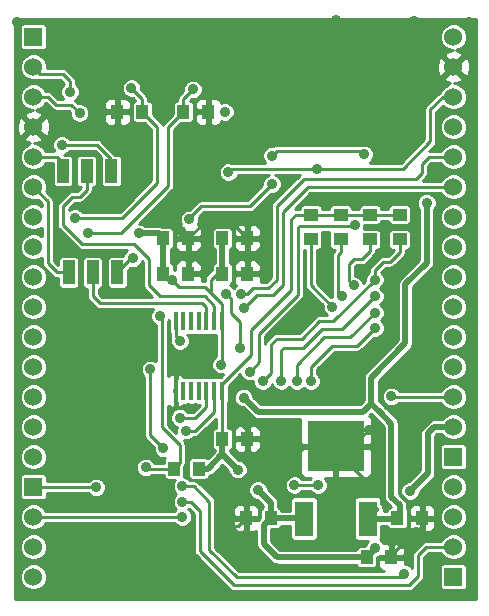
<source format=gbl>
G04 (created by PCBNEW (2013-07-07 BZR 4022)-stable) date 2015/11/30 22:46:21*
%MOIN*%
G04 Gerber Fmt 3.4, Leading zero omitted, Abs format*
%FSLAX34Y34*%
G01*
G70*
G90*
G04 APERTURE LIST*
%ADD10C,0.00590551*%
%ADD11R,0.0629921X0.11811*%
%ADD12R,0.19X0.165*%
%ADD13R,0.06X0.06*%
%ADD14C,0.06*%
%ADD15R,0.0393701X0.045*%
%ADD16R,0.045X0.0393701*%
%ADD17R,0.0165X0.0629921*%
%ADD18R,0.0393701X0.0787402*%
%ADD19C,0.035*%
%ADD20C,0.02*%
%ADD21C,0.01*%
G04 APERTURE END LIST*
G54D10*
G54D11*
X48144Y-40055D03*
X46029Y-40055D03*
G54D12*
X47086Y-37639D03*
G54D13*
X51000Y-38000D03*
G54D14*
X51000Y-37000D03*
X51000Y-36000D03*
X51000Y-35000D03*
X51000Y-34000D03*
X51000Y-33000D03*
X51000Y-32000D03*
X51000Y-31000D03*
X51000Y-30000D03*
X51000Y-29000D03*
X51000Y-28000D03*
X51000Y-27000D03*
X51000Y-26000D03*
X51000Y-25000D03*
X51000Y-24000D03*
G54D13*
X37000Y-24000D03*
G54D14*
X37000Y-25000D03*
X37000Y-26000D03*
X37000Y-27000D03*
X37000Y-28000D03*
X37000Y-29000D03*
X37000Y-30000D03*
X37000Y-31000D03*
X37000Y-32000D03*
X37000Y-33000D03*
X37000Y-34000D03*
X37000Y-35000D03*
X37000Y-36000D03*
X37000Y-37000D03*
X37000Y-38000D03*
G54D15*
X48110Y-41338D03*
X48937Y-41338D03*
X43307Y-37401D03*
X44133Y-37401D03*
X43307Y-31889D03*
X44133Y-31889D03*
X40629Y-26496D03*
X39803Y-26496D03*
X42007Y-26496D03*
X42834Y-26496D03*
G54D16*
X46259Y-29921D03*
X46259Y-30748D03*
X47244Y-29921D03*
X47244Y-30748D03*
X48228Y-29921D03*
X48228Y-30748D03*
X49212Y-29921D03*
X49212Y-30748D03*
G54D15*
X49133Y-40039D03*
X49960Y-40039D03*
X42519Y-38385D03*
X41692Y-38385D03*
X43307Y-30708D03*
X44133Y-30708D03*
X41338Y-30708D03*
X42165Y-30708D03*
X41338Y-31889D03*
X42165Y-31889D03*
X44921Y-40039D03*
X44094Y-40039D03*
G54D17*
X42519Y-35787D03*
X42263Y-35787D03*
X42007Y-35787D03*
X41751Y-35787D03*
X41751Y-33464D03*
X43287Y-35787D03*
X43031Y-35787D03*
X42775Y-35787D03*
X42007Y-33464D03*
X42263Y-33464D03*
X42519Y-33464D03*
X42775Y-33464D03*
X43031Y-33464D03*
X43287Y-33464D03*
G54D13*
X51000Y-42000D03*
G54D14*
X51000Y-41000D03*
X51000Y-40000D03*
X51000Y-39000D03*
G54D13*
X37000Y-39000D03*
G54D14*
X37000Y-40000D03*
X37000Y-41000D03*
X37000Y-42000D03*
G54D18*
X38779Y-28464D03*
X39606Y-28464D03*
X37992Y-28464D03*
X38976Y-31850D03*
X39803Y-31850D03*
X38188Y-31850D03*
G54D19*
X43385Y-26496D03*
X49566Y-39133D03*
X43818Y-38425D03*
X44488Y-39094D03*
X48385Y-41023D03*
X43267Y-34921D03*
X44015Y-36023D03*
X50118Y-29527D03*
X41614Y-32086D03*
X40511Y-30551D03*
X44015Y-33031D03*
X43937Y-32559D03*
X48937Y-35984D03*
X43897Y-34370D03*
X43425Y-32559D03*
X37952Y-27598D03*
X38228Y-25826D03*
X40314Y-31377D03*
X41889Y-36692D03*
X42086Y-37125D03*
X41968Y-40000D03*
X45708Y-38937D03*
X46496Y-38937D03*
X39094Y-39015D03*
X49370Y-41889D03*
X41968Y-38976D03*
X41338Y-37716D03*
X40905Y-35078D03*
X41968Y-39488D03*
X43503Y-28503D03*
X46456Y-28385D03*
X38543Y-26535D03*
X43937Y-27362D03*
X46657Y-31964D03*
X47952Y-31850D03*
X47755Y-35393D03*
X44606Y-35984D03*
X49370Y-29409D03*
X46377Y-29370D03*
X36456Y-23503D03*
X39803Y-23543D03*
X44094Y-23543D03*
X47086Y-23425D03*
X49685Y-23464D03*
X51535Y-23503D03*
X38070Y-42598D03*
X36535Y-42598D03*
X36535Y-38425D03*
X36535Y-34488D03*
X36535Y-30511D03*
X47480Y-42637D03*
X49803Y-42519D03*
X51496Y-42519D03*
X51496Y-39527D03*
X51496Y-35511D03*
X51535Y-31574D03*
X51535Y-27559D03*
X39763Y-42598D03*
X43346Y-38700D03*
X42559Y-37559D03*
X43818Y-36811D03*
X41456Y-40354D03*
X43464Y-40314D03*
X39212Y-26496D03*
X41929Y-30472D03*
X39055Y-40551D03*
X39015Y-39606D03*
X39133Y-38149D03*
X49763Y-40511D03*
X49291Y-40905D03*
X48228Y-38937D03*
X45472Y-38228D03*
X43700Y-39173D03*
X41732Y-35000D03*
X48188Y-37086D03*
X45354Y-33661D03*
X41181Y-29881D03*
X42244Y-31377D03*
X41889Y-34133D03*
X44212Y-35157D03*
X47716Y-30275D03*
X41220Y-33307D03*
X44960Y-28897D03*
X44960Y-27952D03*
X48031Y-27913D03*
X42204Y-30078D03*
X40748Y-38346D03*
X46259Y-35472D03*
X48385Y-33700D03*
X46968Y-32992D03*
X42322Y-25748D03*
X38818Y-30551D03*
X40275Y-25708D03*
X38385Y-30039D03*
X44645Y-35472D03*
X48385Y-32086D03*
X47677Y-32283D03*
X48385Y-32637D03*
X45275Y-35472D03*
X45787Y-35472D03*
X48385Y-33188D03*
X47283Y-32637D03*
G54D20*
X51000Y-37000D02*
X50362Y-37000D01*
X50157Y-38543D02*
X49566Y-39133D01*
X50157Y-37204D02*
X50157Y-38543D01*
X50362Y-37000D02*
X50157Y-37204D01*
X43307Y-37913D02*
X43818Y-38425D01*
X44921Y-39527D02*
X44921Y-40039D01*
X44488Y-39094D02*
X44921Y-39527D01*
G54D21*
X47244Y-29921D02*
X46259Y-29921D01*
X48228Y-29921D02*
X47244Y-29921D01*
X49212Y-29921D02*
X48228Y-29921D01*
X43287Y-35787D02*
X43287Y-35570D01*
X43287Y-35570D02*
X44251Y-34606D01*
X44251Y-34606D02*
X44251Y-33779D01*
X44251Y-33779D02*
X45590Y-32440D01*
X45590Y-32440D02*
X45590Y-30078D01*
X45590Y-30078D02*
X45748Y-29921D01*
X45748Y-29921D02*
X46259Y-29921D01*
X43287Y-35787D02*
X43287Y-37382D01*
X43287Y-37382D02*
X43307Y-37401D01*
G54D20*
X43307Y-37913D02*
X42834Y-38385D01*
X42834Y-38385D02*
X42519Y-38385D01*
X43307Y-37913D02*
X43307Y-37401D01*
X48110Y-41338D02*
X48385Y-41062D01*
X48385Y-41062D02*
X48385Y-41023D01*
X44921Y-40039D02*
X44685Y-40275D01*
X44685Y-40275D02*
X44685Y-40905D01*
X44685Y-40905D02*
X45118Y-41338D01*
X45118Y-41338D02*
X48110Y-41338D01*
X46029Y-40055D02*
X46013Y-40039D01*
X46013Y-40039D02*
X44921Y-40039D01*
X48267Y-36220D02*
X47992Y-36496D01*
G54D21*
X43267Y-34921D02*
X43287Y-34901D01*
X43287Y-34901D02*
X43287Y-33464D01*
G54D20*
X44488Y-36496D02*
X44015Y-36023D01*
X47992Y-36496D02*
X44488Y-36496D01*
X48543Y-36496D02*
X48267Y-36220D01*
X48937Y-36889D02*
X48543Y-36496D01*
X49133Y-40039D02*
X49212Y-39960D01*
X48937Y-39330D02*
X48937Y-37165D01*
X49212Y-39606D02*
X48937Y-39330D01*
X49212Y-39960D02*
X49212Y-39606D01*
X48937Y-37165D02*
X48937Y-36889D01*
X50118Y-31535D02*
X49409Y-32244D01*
X49409Y-32244D02*
X49409Y-34212D01*
X49409Y-34212D02*
X48267Y-35354D01*
X48267Y-35354D02*
X48267Y-35866D01*
X50118Y-29527D02*
X50118Y-31535D01*
X48267Y-36220D02*
X48267Y-35866D01*
G54D21*
X42913Y-32519D02*
X42716Y-32322D01*
X41850Y-32322D02*
X41614Y-32086D01*
X42716Y-32322D02*
X41850Y-32322D01*
X41535Y-32086D02*
X41338Y-31889D01*
X41614Y-32086D02*
X41535Y-32086D01*
G54D20*
X43307Y-31889D02*
X43307Y-30708D01*
G54D21*
X43287Y-33464D02*
X43287Y-32893D01*
X43287Y-32893D02*
X42913Y-32519D01*
X42913Y-32519D02*
X42913Y-32086D01*
X42913Y-32086D02*
X43110Y-31889D01*
X43110Y-31889D02*
X43307Y-31889D01*
G54D20*
X41338Y-30708D02*
X41181Y-30551D01*
X41181Y-30551D02*
X40511Y-30551D01*
X41338Y-31889D02*
X41338Y-30708D01*
X49133Y-40039D02*
X49118Y-40055D01*
X49118Y-40055D02*
X48144Y-40055D01*
X48440Y-39748D02*
X48425Y-39763D01*
G54D21*
X51000Y-29000D02*
X46157Y-29000D01*
X44448Y-32598D02*
X44015Y-33031D01*
X45000Y-32598D02*
X44448Y-32598D01*
X45314Y-32283D02*
X45000Y-32598D01*
X45314Y-29842D02*
X45314Y-32283D01*
X46157Y-29000D02*
X45314Y-29842D01*
X50188Y-28000D02*
X49960Y-28228D01*
X49960Y-28228D02*
X49960Y-28543D01*
X49960Y-28543D02*
X49763Y-28740D01*
X49763Y-28740D02*
X46023Y-28740D01*
X46023Y-28740D02*
X45114Y-29648D01*
X45114Y-29648D02*
X45114Y-32089D01*
X45114Y-32089D02*
X44842Y-32362D01*
X44842Y-32362D02*
X44330Y-32362D01*
X44330Y-32362D02*
X44133Y-32559D01*
X50188Y-28000D02*
X51000Y-28000D01*
X43937Y-32559D02*
X44133Y-32559D01*
X43582Y-33188D02*
X43897Y-33503D01*
X43582Y-32992D02*
X43582Y-33188D01*
X43897Y-33503D02*
X43897Y-34370D01*
X51000Y-36000D02*
X48952Y-36000D01*
X48937Y-35984D02*
X48952Y-36000D01*
X43582Y-32716D02*
X43582Y-32992D01*
X43425Y-32559D02*
X43582Y-32716D01*
X39606Y-28464D02*
X39606Y-28070D01*
X39133Y-27598D02*
X37952Y-27598D01*
X39606Y-28070D02*
X39133Y-27598D01*
X37236Y-25236D02*
X37000Y-25000D01*
X37992Y-25236D02*
X37236Y-25236D01*
X38228Y-25472D02*
X37992Y-25236D01*
X38228Y-25826D02*
X38228Y-25472D01*
X39803Y-31850D02*
X40275Y-31377D01*
X40275Y-31377D02*
X40314Y-31377D01*
X37992Y-28464D02*
X37992Y-28188D01*
X37803Y-28000D02*
X37000Y-28000D01*
X37992Y-28188D02*
X37803Y-28000D01*
X38188Y-31850D02*
X37795Y-31850D01*
X37480Y-29480D02*
X37000Y-29000D01*
X37480Y-30590D02*
X37480Y-29480D01*
X37480Y-31535D02*
X37480Y-30590D01*
X37795Y-31850D02*
X37480Y-31535D01*
X42775Y-36318D02*
X42440Y-36653D01*
X42775Y-36318D02*
X42775Y-35787D01*
X42401Y-36692D02*
X42440Y-36653D01*
X41889Y-36692D02*
X42401Y-36692D01*
X42598Y-36929D02*
X43031Y-36495D01*
X43031Y-35787D02*
X43031Y-36495D01*
X42401Y-37125D02*
X42598Y-36929D01*
X42086Y-37125D02*
X42401Y-37125D01*
X37000Y-40000D02*
X41968Y-40000D01*
X46496Y-38937D02*
X45708Y-38937D01*
X39078Y-39000D02*
X37000Y-39000D01*
X39094Y-39015D02*
X39078Y-39000D01*
X49251Y-42007D02*
X49370Y-41889D01*
X43779Y-42007D02*
X49251Y-42007D01*
X42874Y-41102D02*
X43779Y-42007D01*
X42874Y-39488D02*
X42874Y-41102D01*
X42362Y-38976D02*
X42874Y-39488D01*
X41968Y-38976D02*
X42362Y-38976D01*
X40905Y-37283D02*
X41338Y-37716D01*
X40905Y-35078D02*
X40905Y-37283D01*
X50102Y-41000D02*
X51000Y-41000D01*
X49842Y-41259D02*
X50102Y-41000D01*
X49842Y-41968D02*
X49842Y-41259D01*
X49527Y-42283D02*
X49842Y-41968D01*
X43700Y-42283D02*
X49527Y-42283D01*
X42559Y-41141D02*
X43700Y-42283D01*
X42559Y-39803D02*
X42559Y-41141D01*
X42244Y-39488D02*
X42559Y-39803D01*
X41968Y-39488D02*
X42244Y-39488D01*
X46456Y-28385D02*
X43622Y-28385D01*
X43622Y-28385D02*
X43503Y-28503D01*
X51000Y-26000D02*
X50653Y-26000D01*
X49330Y-28385D02*
X46456Y-28385D01*
X50236Y-27480D02*
X49330Y-28385D01*
X50236Y-26417D02*
X50236Y-27480D01*
X50653Y-26000D02*
X50236Y-26417D01*
X38543Y-26535D02*
X38267Y-26259D01*
X37496Y-26000D02*
X37000Y-26000D01*
X37755Y-26259D02*
X37496Y-26000D01*
X38267Y-26259D02*
X37755Y-26259D01*
X46692Y-31929D02*
X46732Y-31929D01*
X46657Y-31964D02*
X46692Y-31929D01*
X49645Y-30157D02*
X49488Y-30314D01*
X48700Y-31102D02*
X48110Y-31692D01*
X48700Y-30472D02*
X48700Y-31102D01*
X48858Y-30314D02*
X48700Y-30472D01*
X49488Y-30314D02*
X48858Y-30314D01*
X47952Y-31850D02*
X48110Y-31692D01*
X47755Y-35393D02*
X47834Y-35472D01*
X49370Y-29409D02*
X49566Y-29409D01*
X47677Y-35984D02*
X44606Y-35984D01*
X47834Y-35826D02*
X47677Y-35984D01*
X47834Y-35078D02*
X47834Y-35472D01*
X47834Y-35472D02*
X47834Y-35826D01*
X48976Y-33937D02*
X47834Y-35078D01*
X48976Y-31811D02*
X48976Y-33937D01*
X49645Y-31141D02*
X48976Y-31811D01*
X49645Y-29488D02*
X49645Y-30157D01*
X49645Y-30157D02*
X49645Y-31141D01*
X49566Y-29409D02*
X49645Y-29488D01*
X46417Y-29409D02*
X49370Y-29409D01*
X46377Y-29370D02*
X46417Y-29409D01*
X39763Y-23503D02*
X36456Y-23503D01*
X39803Y-23543D02*
X39763Y-23503D01*
X46968Y-23543D02*
X44094Y-23543D01*
X47086Y-23425D02*
X46968Y-23543D01*
X51496Y-23464D02*
X49685Y-23464D01*
X51535Y-23503D02*
X51496Y-23464D01*
X38070Y-42598D02*
X36535Y-42598D01*
X36535Y-38425D02*
X36535Y-34488D01*
X36535Y-30511D02*
X36535Y-27464D01*
X36535Y-27464D02*
X37000Y-27000D01*
X47480Y-42637D02*
X47440Y-42598D01*
X49685Y-42637D02*
X47480Y-42637D01*
X51000Y-25000D02*
X51535Y-25535D01*
X51496Y-39527D02*
X51496Y-42519D01*
X51535Y-35472D02*
X51496Y-35511D01*
X51535Y-31574D02*
X51535Y-35472D01*
X51535Y-25535D02*
X51535Y-27559D01*
X49803Y-42519D02*
X49685Y-42637D01*
X47440Y-42598D02*
X39763Y-42598D01*
X44133Y-37401D02*
X44133Y-37125D01*
X42559Y-37559D02*
X42519Y-37598D01*
X44133Y-37125D02*
X43818Y-36811D01*
X44094Y-40039D02*
X43818Y-40314D01*
X43818Y-40314D02*
X43464Y-40314D01*
X39803Y-26496D02*
X39212Y-26496D01*
X42165Y-30708D02*
X41929Y-30472D01*
X49960Y-40039D02*
X49960Y-40314D01*
X49960Y-40314D02*
X49763Y-40511D01*
X48937Y-41338D02*
X48937Y-41259D01*
X48937Y-41259D02*
X49291Y-40905D01*
X47086Y-37639D02*
X47086Y-37795D01*
X47086Y-37795D02*
X48228Y-38937D01*
X47086Y-37639D02*
X46061Y-37639D01*
X46061Y-37639D02*
X45472Y-38228D01*
X44094Y-40039D02*
X44094Y-39566D01*
X44094Y-39566D02*
X43700Y-39173D01*
X41751Y-35787D02*
X41751Y-35019D01*
X41751Y-35019D02*
X41732Y-35000D01*
X47636Y-37639D02*
X47086Y-37639D01*
X48188Y-37086D02*
X47636Y-37639D01*
X45354Y-33661D02*
X45393Y-33661D01*
X44133Y-30708D02*
X43622Y-30196D01*
X42677Y-30196D02*
X42165Y-30708D01*
X43622Y-30196D02*
X42677Y-30196D01*
X42165Y-30708D02*
X41338Y-29881D01*
X41338Y-29881D02*
X41181Y-29881D01*
X41889Y-34133D02*
X41751Y-33995D01*
X41751Y-33464D02*
X41751Y-33995D01*
X44527Y-34842D02*
X44212Y-35157D01*
X44527Y-33897D02*
X44527Y-34842D01*
X45826Y-32598D02*
X44527Y-33897D01*
X45826Y-30354D02*
X45826Y-32598D01*
X45866Y-30314D02*
X45826Y-30354D01*
X47677Y-30314D02*
X45866Y-30314D01*
X47716Y-30275D02*
X47677Y-30314D01*
X41692Y-37401D02*
X41889Y-37598D01*
X41299Y-37007D02*
X41692Y-37401D01*
X41299Y-33385D02*
X41299Y-35866D01*
X41220Y-33307D02*
X41299Y-33385D01*
X44212Y-29645D02*
X43464Y-29645D01*
X44960Y-28897D02*
X44212Y-29645D01*
X45118Y-27795D02*
X44960Y-27952D01*
X47913Y-27795D02*
X45118Y-27795D01*
X48031Y-27913D02*
X47913Y-27795D01*
X41299Y-35866D02*
X41299Y-37007D01*
X41889Y-38188D02*
X41692Y-38385D01*
X41889Y-37598D02*
X41889Y-38188D01*
X42598Y-29645D02*
X43464Y-29645D01*
X42204Y-30039D02*
X42598Y-29645D01*
X42204Y-30078D02*
X42204Y-30039D01*
X40748Y-38346D02*
X40787Y-38385D01*
X40787Y-38385D02*
X41692Y-38385D01*
X37992Y-29842D02*
X37992Y-29645D01*
X43031Y-32952D02*
X42716Y-32637D01*
X42716Y-32637D02*
X41220Y-32637D01*
X41220Y-32637D02*
X40866Y-32283D01*
X40866Y-32283D02*
X40866Y-31417D01*
X40866Y-31417D02*
X40354Y-30905D01*
X40354Y-30905D02*
X38622Y-30905D01*
X38622Y-30905D02*
X37992Y-30275D01*
X37992Y-30275D02*
X37992Y-29842D01*
X43031Y-33464D02*
X43031Y-32952D01*
X38779Y-29094D02*
X38779Y-28464D01*
X38543Y-29330D02*
X38779Y-29094D01*
X38307Y-29330D02*
X38543Y-29330D01*
X37992Y-29645D02*
X38307Y-29330D01*
X42775Y-33464D02*
X42775Y-33011D01*
X38976Y-32637D02*
X38976Y-31850D01*
X39212Y-32874D02*
X38976Y-32637D01*
X42637Y-32874D02*
X39212Y-32874D01*
X42775Y-33011D02*
X42637Y-32874D01*
X46968Y-34291D02*
X46259Y-35000D01*
X46259Y-35000D02*
X46259Y-35472D01*
X48385Y-33700D02*
X47795Y-34291D01*
X47795Y-34291D02*
X46968Y-34291D01*
X46968Y-32992D02*
X46259Y-32283D01*
X46259Y-32283D02*
X46259Y-30748D01*
X42007Y-26496D02*
X42007Y-26062D01*
X42007Y-26062D02*
X42322Y-25748D01*
X41496Y-27086D02*
X41496Y-27007D01*
X41496Y-27007D02*
X42007Y-26496D01*
X38818Y-30551D02*
X39921Y-30551D01*
X41496Y-28976D02*
X41496Y-27086D01*
X41496Y-27086D02*
X41496Y-27047D01*
X39921Y-30551D02*
X41496Y-28976D01*
X40629Y-26496D02*
X40629Y-26062D01*
X40629Y-26062D02*
X40275Y-25708D01*
X40629Y-26496D02*
X41141Y-27007D01*
X39960Y-30039D02*
X41141Y-28858D01*
X41141Y-28858D02*
X41141Y-27007D01*
X38385Y-30039D02*
X39960Y-30039D01*
X45944Y-34055D02*
X46535Y-33464D01*
X48385Y-32086D02*
X47007Y-33464D01*
X44645Y-35472D02*
X44921Y-35196D01*
X44921Y-35196D02*
X44921Y-34251D01*
X44921Y-34251D02*
X45118Y-34055D01*
X45118Y-34055D02*
X45944Y-34055D01*
X46535Y-33464D02*
X47007Y-33464D01*
X48385Y-32086D02*
X48385Y-31771D01*
X49212Y-31181D02*
X49212Y-30748D01*
X48897Y-31496D02*
X49212Y-31181D01*
X48661Y-31496D02*
X48897Y-31496D01*
X48385Y-31771D02*
X48661Y-31496D01*
X47677Y-32283D02*
X47519Y-32125D01*
X48228Y-31141D02*
X48228Y-30748D01*
X47952Y-31417D02*
X48228Y-31141D01*
X47677Y-31417D02*
X47952Y-31417D01*
X47519Y-31574D02*
X47677Y-31417D01*
X47519Y-32125D02*
X47519Y-31574D01*
X46377Y-33976D02*
X46614Y-33740D01*
X48385Y-32637D02*
X47362Y-33661D01*
X47362Y-33661D02*
X47283Y-33740D01*
X45275Y-35472D02*
X45275Y-34448D01*
X45275Y-34448D02*
X45354Y-34370D01*
X45354Y-34370D02*
X45984Y-34370D01*
X45984Y-34370D02*
X46377Y-33976D01*
X46614Y-33740D02*
X47283Y-33740D01*
X47283Y-32637D02*
X47165Y-32519D01*
X47244Y-31181D02*
X47244Y-30748D01*
X47165Y-31259D02*
X47244Y-31181D01*
X47165Y-32519D02*
X47165Y-31259D01*
X48385Y-33188D02*
X47559Y-34015D01*
X45787Y-34921D02*
X46692Y-34015D01*
X45787Y-35472D02*
X45787Y-34921D01*
X46692Y-34015D02*
X47559Y-34015D01*
X47283Y-32637D02*
X47244Y-32598D01*
G54D10*
G36*
X43329Y-35246D02*
X43253Y-35322D01*
X43175Y-35322D01*
X43159Y-35328D01*
X43144Y-35322D01*
X43084Y-35322D01*
X42919Y-35322D01*
X42903Y-35328D01*
X42888Y-35322D01*
X42828Y-35322D01*
X42663Y-35322D01*
X42647Y-35328D01*
X42632Y-35322D01*
X42572Y-35322D01*
X42407Y-35322D01*
X42391Y-35328D01*
X42376Y-35322D01*
X42316Y-35322D01*
X42151Y-35322D01*
X42135Y-35328D01*
X42120Y-35322D01*
X42060Y-35322D01*
X42037Y-35322D01*
X41975Y-35260D01*
X41883Y-35222D01*
X41855Y-35222D01*
X41792Y-35284D01*
X41792Y-35399D01*
X41775Y-35442D01*
X41775Y-35501D01*
X41775Y-36131D01*
X41792Y-36174D01*
X41792Y-36289D01*
X41855Y-36352D01*
X41883Y-36352D01*
X41975Y-36314D01*
X42037Y-36252D01*
X42119Y-36252D01*
X42135Y-36245D01*
X42151Y-36251D01*
X42210Y-36252D01*
X42375Y-36252D01*
X42391Y-36245D01*
X42407Y-36251D01*
X42466Y-36252D01*
X42559Y-36252D01*
X42318Y-36492D01*
X42149Y-36492D01*
X42074Y-36417D01*
X41954Y-36367D01*
X41825Y-36367D01*
X41705Y-36417D01*
X41614Y-36508D01*
X41564Y-36627D01*
X41564Y-36757D01*
X41614Y-36876D01*
X41705Y-36968D01*
X41786Y-37001D01*
X41761Y-37061D01*
X41761Y-37187D01*
X41499Y-36925D01*
X41499Y-36285D01*
X41527Y-36314D01*
X41619Y-36352D01*
X41647Y-36352D01*
X41710Y-36289D01*
X41710Y-35837D01*
X41693Y-35837D01*
X41693Y-35737D01*
X41710Y-35737D01*
X41710Y-35284D01*
X41647Y-35222D01*
X41619Y-35222D01*
X41527Y-35260D01*
X41499Y-35288D01*
X41499Y-33483D01*
X41519Y-33435D01*
X41519Y-33809D01*
X41541Y-33864D01*
X41551Y-33874D01*
X41551Y-33995D01*
X41565Y-34066D01*
X41564Y-34068D01*
X41564Y-34198D01*
X41614Y-34317D01*
X41705Y-34409D01*
X41824Y-34458D01*
X41954Y-34458D01*
X42073Y-34409D01*
X42165Y-34318D01*
X42214Y-34198D01*
X42214Y-34069D01*
X42165Y-33950D01*
X42141Y-33925D01*
X42151Y-33929D01*
X42210Y-33929D01*
X42375Y-33929D01*
X42391Y-33923D01*
X42407Y-33929D01*
X42466Y-33929D01*
X42631Y-33929D01*
X42647Y-33923D01*
X42663Y-33929D01*
X42722Y-33929D01*
X42887Y-33929D01*
X42903Y-33923D01*
X42919Y-33929D01*
X42978Y-33929D01*
X43087Y-33929D01*
X43087Y-34643D01*
X43083Y-34645D01*
X42992Y-34736D01*
X42942Y-34856D01*
X42942Y-34985D01*
X42992Y-35105D01*
X43083Y-35196D01*
X43202Y-35246D01*
X43329Y-35246D01*
X43329Y-35246D01*
G37*
G54D21*
X43329Y-35246D02*
X43253Y-35322D01*
X43175Y-35322D01*
X43159Y-35328D01*
X43144Y-35322D01*
X43084Y-35322D01*
X42919Y-35322D01*
X42903Y-35328D01*
X42888Y-35322D01*
X42828Y-35322D01*
X42663Y-35322D01*
X42647Y-35328D01*
X42632Y-35322D01*
X42572Y-35322D01*
X42407Y-35322D01*
X42391Y-35328D01*
X42376Y-35322D01*
X42316Y-35322D01*
X42151Y-35322D01*
X42135Y-35328D01*
X42120Y-35322D01*
X42060Y-35322D01*
X42037Y-35322D01*
X41975Y-35260D01*
X41883Y-35222D01*
X41855Y-35222D01*
X41792Y-35284D01*
X41792Y-35399D01*
X41775Y-35442D01*
X41775Y-35501D01*
X41775Y-36131D01*
X41792Y-36174D01*
X41792Y-36289D01*
X41855Y-36352D01*
X41883Y-36352D01*
X41975Y-36314D01*
X42037Y-36252D01*
X42119Y-36252D01*
X42135Y-36245D01*
X42151Y-36251D01*
X42210Y-36252D01*
X42375Y-36252D01*
X42391Y-36245D01*
X42407Y-36251D01*
X42466Y-36252D01*
X42559Y-36252D01*
X42318Y-36492D01*
X42149Y-36492D01*
X42074Y-36417D01*
X41954Y-36367D01*
X41825Y-36367D01*
X41705Y-36417D01*
X41614Y-36508D01*
X41564Y-36627D01*
X41564Y-36757D01*
X41614Y-36876D01*
X41705Y-36968D01*
X41786Y-37001D01*
X41761Y-37061D01*
X41761Y-37187D01*
X41499Y-36925D01*
X41499Y-36285D01*
X41527Y-36314D01*
X41619Y-36352D01*
X41647Y-36352D01*
X41710Y-36289D01*
X41710Y-35837D01*
X41693Y-35837D01*
X41693Y-35737D01*
X41710Y-35737D01*
X41710Y-35284D01*
X41647Y-35222D01*
X41619Y-35222D01*
X41527Y-35260D01*
X41499Y-35288D01*
X41499Y-33483D01*
X41519Y-33435D01*
X41519Y-33809D01*
X41541Y-33864D01*
X41551Y-33874D01*
X41551Y-33995D01*
X41565Y-34066D01*
X41564Y-34068D01*
X41564Y-34198D01*
X41614Y-34317D01*
X41705Y-34409D01*
X41824Y-34458D01*
X41954Y-34458D01*
X42073Y-34409D01*
X42165Y-34318D01*
X42214Y-34198D01*
X42214Y-34069D01*
X42165Y-33950D01*
X42141Y-33925D01*
X42151Y-33929D01*
X42210Y-33929D01*
X42375Y-33929D01*
X42391Y-33923D01*
X42407Y-33929D01*
X42466Y-33929D01*
X42631Y-33929D01*
X42647Y-33923D01*
X42663Y-33929D01*
X42722Y-33929D01*
X42887Y-33929D01*
X42903Y-33923D01*
X42919Y-33929D01*
X42978Y-33929D01*
X43087Y-33929D01*
X43087Y-34643D01*
X43083Y-34645D01*
X42992Y-34736D01*
X42942Y-34856D01*
X42942Y-34985D01*
X42992Y-35105D01*
X43083Y-35196D01*
X43202Y-35246D01*
X43329Y-35246D01*
G54D10*
G36*
X46781Y-33264D02*
X46535Y-33264D01*
X46471Y-33277D01*
X46458Y-33279D01*
X46394Y-33323D01*
X45862Y-33855D01*
X45118Y-33855D01*
X45041Y-33870D01*
X45020Y-33884D01*
X44976Y-33913D01*
X44779Y-34110D01*
X44736Y-34175D01*
X44727Y-34220D01*
X44727Y-33980D01*
X45968Y-32739D01*
X45968Y-32739D01*
X45997Y-32696D01*
X46011Y-32674D01*
X46011Y-32674D01*
X46026Y-32598D01*
X46026Y-32598D01*
X46026Y-31094D01*
X46059Y-31094D01*
X46059Y-32283D01*
X46075Y-32360D01*
X46118Y-32424D01*
X46643Y-32950D01*
X46643Y-33056D01*
X46692Y-33175D01*
X46781Y-33264D01*
X46781Y-33264D01*
G37*
G54D21*
X46781Y-33264D02*
X46535Y-33264D01*
X46471Y-33277D01*
X46458Y-33279D01*
X46394Y-33323D01*
X45862Y-33855D01*
X45118Y-33855D01*
X45041Y-33870D01*
X45020Y-33884D01*
X44976Y-33913D01*
X44779Y-34110D01*
X44736Y-34175D01*
X44727Y-34220D01*
X44727Y-33980D01*
X45968Y-32739D01*
X45968Y-32739D01*
X45997Y-32696D01*
X46011Y-32674D01*
X46011Y-32674D01*
X46026Y-32598D01*
X46026Y-32598D01*
X46026Y-31094D01*
X46059Y-31094D01*
X46059Y-32283D01*
X46075Y-32360D01*
X46118Y-32424D01*
X46643Y-32950D01*
X46643Y-33056D01*
X46692Y-33175D01*
X46781Y-33264D01*
G54D10*
G36*
X47044Y-31098D02*
X47023Y-31118D01*
X46980Y-31183D01*
X46965Y-31259D01*
X46965Y-32519D01*
X46970Y-32544D01*
X46958Y-32572D01*
X46958Y-32667D01*
X46926Y-32667D01*
X46459Y-32200D01*
X46459Y-31094D01*
X46514Y-31094D01*
X46569Y-31072D01*
X46611Y-31029D01*
X46634Y-30974D01*
X46634Y-30915D01*
X46634Y-30521D01*
X46632Y-30514D01*
X46871Y-30514D01*
X46869Y-30521D01*
X46869Y-30580D01*
X46869Y-30974D01*
X46891Y-31029D01*
X46934Y-31071D01*
X46989Y-31094D01*
X47044Y-31094D01*
X47044Y-31098D01*
X47044Y-31098D01*
G37*
G54D21*
X47044Y-31098D02*
X47023Y-31118D01*
X46980Y-31183D01*
X46965Y-31259D01*
X46965Y-32519D01*
X46970Y-32544D01*
X46958Y-32572D01*
X46958Y-32667D01*
X46926Y-32667D01*
X46459Y-32200D01*
X46459Y-31094D01*
X46514Y-31094D01*
X46569Y-31072D01*
X46611Y-31029D01*
X46634Y-30974D01*
X46634Y-30915D01*
X46634Y-30521D01*
X46632Y-30514D01*
X46871Y-30514D01*
X46869Y-30521D01*
X46869Y-30580D01*
X46869Y-30974D01*
X46891Y-31029D01*
X46934Y-31071D01*
X46989Y-31094D01*
X47044Y-31094D01*
X47044Y-31098D01*
G54D10*
G36*
X51761Y-42742D02*
X51755Y-42743D01*
X51554Y-42743D01*
X51554Y-25081D01*
X51543Y-24863D01*
X51481Y-24712D01*
X51450Y-24703D01*
X51450Y-23910D01*
X51381Y-23745D01*
X51255Y-23618D01*
X51089Y-23550D01*
X50910Y-23549D01*
X50745Y-23618D01*
X50618Y-23744D01*
X50550Y-23910D01*
X50549Y-24089D01*
X50618Y-24254D01*
X50744Y-24381D01*
X50910Y-24449D01*
X50986Y-24449D01*
X50863Y-24456D01*
X50712Y-24518D01*
X50684Y-24614D01*
X51000Y-24929D01*
X51315Y-24614D01*
X51287Y-24518D01*
X51092Y-24448D01*
X51254Y-24381D01*
X51381Y-24255D01*
X51449Y-24089D01*
X51450Y-23910D01*
X51450Y-24703D01*
X51385Y-24684D01*
X51070Y-25000D01*
X51385Y-25315D01*
X51481Y-25287D01*
X51554Y-25081D01*
X51554Y-42743D01*
X51450Y-42743D01*
X51450Y-40910D01*
X51450Y-39910D01*
X51450Y-38910D01*
X51450Y-36910D01*
X51450Y-35910D01*
X51450Y-34910D01*
X51450Y-33910D01*
X51450Y-32910D01*
X51450Y-31910D01*
X51450Y-30910D01*
X51450Y-29910D01*
X51381Y-29745D01*
X51255Y-29618D01*
X51089Y-29550D01*
X50910Y-29549D01*
X50745Y-29618D01*
X50618Y-29744D01*
X50550Y-29910D01*
X50549Y-30089D01*
X50618Y-30254D01*
X50744Y-30381D01*
X50910Y-30449D01*
X51089Y-30450D01*
X51254Y-30381D01*
X51381Y-30255D01*
X51449Y-30089D01*
X51450Y-29910D01*
X51450Y-30910D01*
X51381Y-30745D01*
X51255Y-30618D01*
X51089Y-30550D01*
X50910Y-30549D01*
X50745Y-30618D01*
X50618Y-30744D01*
X50550Y-30910D01*
X50549Y-31089D01*
X50618Y-31254D01*
X50744Y-31381D01*
X50910Y-31449D01*
X51089Y-31450D01*
X51254Y-31381D01*
X51381Y-31255D01*
X51449Y-31089D01*
X51450Y-30910D01*
X51450Y-31910D01*
X51381Y-31745D01*
X51255Y-31618D01*
X51089Y-31550D01*
X50910Y-31549D01*
X50745Y-31618D01*
X50618Y-31744D01*
X50550Y-31910D01*
X50549Y-32089D01*
X50618Y-32254D01*
X50744Y-32381D01*
X50910Y-32449D01*
X51089Y-32450D01*
X51254Y-32381D01*
X51381Y-32255D01*
X51449Y-32089D01*
X51450Y-31910D01*
X51450Y-32910D01*
X51381Y-32745D01*
X51255Y-32618D01*
X51089Y-32550D01*
X50910Y-32549D01*
X50745Y-32618D01*
X50618Y-32744D01*
X50550Y-32910D01*
X50549Y-33089D01*
X50618Y-33254D01*
X50744Y-33381D01*
X50910Y-33449D01*
X51089Y-33450D01*
X51254Y-33381D01*
X51381Y-33255D01*
X51449Y-33089D01*
X51450Y-32910D01*
X51450Y-33910D01*
X51381Y-33745D01*
X51255Y-33618D01*
X51089Y-33550D01*
X50910Y-33549D01*
X50745Y-33618D01*
X50618Y-33744D01*
X50550Y-33910D01*
X50549Y-34089D01*
X50618Y-34254D01*
X50744Y-34381D01*
X50910Y-34449D01*
X51089Y-34450D01*
X51254Y-34381D01*
X51381Y-34255D01*
X51449Y-34089D01*
X51450Y-33910D01*
X51450Y-34910D01*
X51381Y-34745D01*
X51255Y-34618D01*
X51089Y-34550D01*
X50910Y-34549D01*
X50745Y-34618D01*
X50618Y-34744D01*
X50550Y-34910D01*
X50549Y-35089D01*
X50618Y-35254D01*
X50744Y-35381D01*
X50910Y-35449D01*
X51089Y-35450D01*
X51254Y-35381D01*
X51381Y-35255D01*
X51449Y-35089D01*
X51450Y-34910D01*
X51450Y-35910D01*
X51381Y-35745D01*
X51255Y-35618D01*
X51089Y-35550D01*
X50910Y-35549D01*
X50745Y-35618D01*
X50618Y-35744D01*
X50595Y-35800D01*
X50443Y-35800D01*
X50443Y-29463D01*
X50393Y-29343D01*
X50302Y-29252D01*
X50183Y-29202D01*
X50053Y-29202D01*
X49934Y-29251D01*
X49842Y-29343D01*
X49793Y-29462D01*
X49793Y-29591D01*
X49842Y-29711D01*
X49868Y-29737D01*
X49868Y-31431D01*
X49232Y-32067D01*
X49178Y-32148D01*
X49159Y-32244D01*
X49159Y-34109D01*
X48090Y-35177D01*
X48036Y-35258D01*
X48017Y-35354D01*
X48017Y-35866D01*
X48017Y-36116D01*
X47888Y-36246D01*
X44591Y-36246D01*
X44340Y-35995D01*
X44340Y-35959D01*
X44291Y-35839D01*
X44200Y-35748D01*
X44080Y-35698D01*
X43951Y-35698D01*
X43831Y-35747D01*
X43740Y-35839D01*
X43690Y-35958D01*
X43690Y-36087D01*
X43740Y-36207D01*
X43831Y-36298D01*
X43950Y-36348D01*
X43987Y-36348D01*
X44311Y-36672D01*
X44392Y-36727D01*
X44392Y-36727D01*
X44488Y-36746D01*
X45894Y-36746D01*
X45886Y-36764D01*
X45886Y-36864D01*
X45886Y-37527D01*
X45949Y-37589D01*
X47036Y-37589D01*
X47036Y-37581D01*
X47136Y-37581D01*
X47136Y-37589D01*
X48224Y-37589D01*
X48286Y-37527D01*
X48286Y-36864D01*
X48286Y-36764D01*
X48248Y-36672D01*
X48208Y-36633D01*
X48267Y-36574D01*
X48366Y-36672D01*
X48366Y-36672D01*
X48687Y-36993D01*
X48687Y-37165D01*
X48687Y-39330D01*
X48706Y-39426D01*
X48760Y-39507D01*
X48917Y-39664D01*
X48907Y-39664D01*
X48852Y-39687D01*
X48809Y-39729D01*
X48787Y-39784D01*
X48787Y-39805D01*
X48679Y-39805D01*
X48690Y-39748D01*
X48671Y-39652D01*
X48617Y-39571D01*
X48609Y-39565D01*
X48609Y-39434D01*
X48586Y-39379D01*
X48544Y-39337D01*
X48489Y-39314D01*
X48429Y-39314D01*
X48286Y-39314D01*
X48286Y-38415D01*
X48286Y-37752D01*
X48224Y-37689D01*
X47136Y-37689D01*
X47136Y-38652D01*
X47199Y-38714D01*
X48086Y-38714D01*
X48178Y-38676D01*
X48248Y-38606D01*
X48286Y-38514D01*
X48286Y-38415D01*
X48286Y-39314D01*
X47799Y-39314D01*
X47744Y-39337D01*
X47702Y-39379D01*
X47679Y-39434D01*
X47679Y-39494D01*
X47679Y-40675D01*
X47701Y-40730D01*
X47744Y-40772D01*
X47799Y-40795D01*
X47858Y-40795D01*
X48154Y-40795D01*
X48110Y-40839D01*
X48060Y-40958D01*
X48060Y-40963D01*
X47883Y-40963D01*
X47828Y-40986D01*
X47786Y-41028D01*
X47763Y-41083D01*
X47763Y-41088D01*
X47036Y-41088D01*
X47036Y-38652D01*
X47036Y-37689D01*
X45949Y-37689D01*
X45886Y-37752D01*
X45886Y-38415D01*
X45886Y-38514D01*
X45924Y-38606D01*
X45995Y-38676D01*
X46087Y-38714D01*
X46258Y-38714D01*
X46236Y-38737D01*
X45968Y-38737D01*
X45892Y-38661D01*
X45773Y-38612D01*
X45644Y-38611D01*
X45524Y-38661D01*
X45433Y-38752D01*
X45383Y-38872D01*
X45383Y-39001D01*
X45432Y-39120D01*
X45524Y-39212D01*
X45643Y-39261D01*
X45773Y-39262D01*
X45892Y-39212D01*
X45968Y-39137D01*
X46236Y-39137D01*
X46311Y-39212D01*
X46431Y-39261D01*
X46560Y-39262D01*
X46679Y-39212D01*
X46771Y-39121D01*
X46821Y-39001D01*
X46821Y-38872D01*
X46771Y-38753D01*
X46733Y-38714D01*
X46974Y-38714D01*
X47036Y-38652D01*
X47036Y-41088D01*
X45221Y-41088D01*
X44935Y-40801D01*
X44935Y-40414D01*
X45147Y-40414D01*
X45202Y-40391D01*
X45245Y-40349D01*
X45268Y-40294D01*
X45268Y-40289D01*
X45564Y-40289D01*
X45564Y-40675D01*
X45586Y-40730D01*
X45629Y-40772D01*
X45684Y-40795D01*
X45743Y-40795D01*
X46373Y-40795D01*
X46428Y-40772D01*
X46471Y-40730D01*
X46494Y-40675D01*
X46494Y-40615D01*
X46494Y-39434D01*
X46471Y-39379D01*
X46429Y-39337D01*
X46374Y-39314D01*
X46314Y-39314D01*
X45684Y-39314D01*
X45629Y-39337D01*
X45587Y-39379D01*
X45564Y-39434D01*
X45564Y-39494D01*
X45564Y-39789D01*
X45268Y-39789D01*
X45268Y-39784D01*
X45245Y-39729D01*
X45203Y-39687D01*
X45171Y-39674D01*
X45171Y-39527D01*
X45171Y-39527D01*
X45171Y-39527D01*
X45167Y-39508D01*
X45152Y-39431D01*
X45152Y-39431D01*
X45098Y-39350D01*
X45098Y-39350D01*
X44813Y-39065D01*
X44813Y-39030D01*
X44763Y-38910D01*
X44672Y-38819D01*
X44580Y-38781D01*
X44580Y-37577D01*
X44580Y-37226D01*
X44580Y-37126D01*
X44542Y-37034D01*
X44472Y-36964D01*
X44380Y-36926D01*
X44246Y-36926D01*
X44183Y-36989D01*
X44183Y-37351D01*
X44518Y-37351D01*
X44580Y-37289D01*
X44580Y-37226D01*
X44580Y-37577D01*
X44580Y-37514D01*
X44518Y-37451D01*
X44183Y-37451D01*
X44183Y-37814D01*
X44246Y-37876D01*
X44380Y-37876D01*
X44472Y-37838D01*
X44542Y-37768D01*
X44580Y-37676D01*
X44580Y-37577D01*
X44580Y-38781D01*
X44553Y-38769D01*
X44423Y-38769D01*
X44304Y-38818D01*
X44212Y-38910D01*
X44163Y-39029D01*
X44163Y-39158D01*
X44212Y-39278D01*
X44303Y-39369D01*
X44423Y-39419D01*
X44459Y-39419D01*
X44671Y-39631D01*
X44671Y-39674D01*
X44639Y-39687D01*
X44597Y-39729D01*
X44574Y-39784D01*
X44574Y-39844D01*
X44574Y-40032D01*
X44541Y-40065D01*
X44541Y-39863D01*
X44541Y-39764D01*
X44503Y-39672D01*
X44432Y-39602D01*
X44340Y-39564D01*
X44206Y-39564D01*
X44144Y-39626D01*
X44144Y-39989D01*
X44478Y-39989D01*
X44541Y-39926D01*
X44541Y-39863D01*
X44541Y-40065D01*
X44508Y-40098D01*
X44500Y-40110D01*
X44478Y-40089D01*
X44144Y-40089D01*
X44144Y-40451D01*
X44206Y-40514D01*
X44340Y-40514D01*
X44432Y-40476D01*
X44435Y-40474D01*
X44435Y-40905D01*
X44454Y-41001D01*
X44508Y-41082D01*
X44941Y-41515D01*
X44941Y-41515D01*
X45022Y-41569D01*
X45022Y-41569D01*
X45099Y-41584D01*
X45118Y-41588D01*
X45118Y-41588D01*
X45118Y-41588D01*
X47763Y-41588D01*
X47763Y-41593D01*
X47786Y-41648D01*
X47828Y-41690D01*
X47883Y-41713D01*
X47943Y-41713D01*
X48336Y-41713D01*
X48391Y-41690D01*
X48434Y-41648D01*
X48457Y-41593D01*
X48457Y-41533D01*
X48457Y-41345D01*
X48569Y-41299D01*
X48580Y-41288D01*
X48887Y-41288D01*
X48887Y-40926D01*
X48824Y-40863D01*
X48690Y-40863D01*
X48674Y-40870D01*
X48661Y-40839D01*
X48570Y-40748D01*
X48569Y-40747D01*
X48586Y-40730D01*
X48609Y-40675D01*
X48609Y-40615D01*
X48609Y-40305D01*
X48791Y-40305D01*
X48809Y-40349D01*
X48851Y-40391D01*
X48907Y-40414D01*
X48966Y-40414D01*
X49360Y-40414D01*
X49415Y-40391D01*
X49457Y-40349D01*
X49480Y-40294D01*
X49480Y-40234D01*
X49480Y-39784D01*
X49462Y-39740D01*
X49462Y-39606D01*
X49443Y-39510D01*
X49443Y-39510D01*
X49421Y-39478D01*
X49389Y-39429D01*
X49389Y-39429D01*
X49187Y-39227D01*
X49187Y-37165D01*
X49187Y-36889D01*
X49167Y-36794D01*
X49167Y-36794D01*
X49113Y-36712D01*
X49113Y-36712D01*
X48720Y-36319D01*
X48720Y-36319D01*
X48517Y-36116D01*
X48517Y-35866D01*
X48517Y-35457D01*
X49586Y-34389D01*
X49640Y-34308D01*
X49640Y-34308D01*
X49659Y-34212D01*
X49659Y-32347D01*
X50294Y-31712D01*
X50349Y-31631D01*
X50349Y-31631D01*
X50368Y-31535D01*
X50368Y-29737D01*
X50393Y-29711D01*
X50443Y-29592D01*
X50443Y-29463D01*
X50443Y-35800D01*
X49212Y-35800D01*
X49121Y-35708D01*
X49001Y-35659D01*
X48872Y-35659D01*
X48753Y-35708D01*
X48661Y-35799D01*
X48612Y-35919D01*
X48611Y-36048D01*
X48661Y-36168D01*
X48752Y-36259D01*
X48872Y-36309D01*
X49001Y-36309D01*
X49120Y-36259D01*
X49180Y-36200D01*
X50595Y-36200D01*
X50618Y-36254D01*
X50744Y-36381D01*
X50910Y-36449D01*
X51089Y-36450D01*
X51254Y-36381D01*
X51381Y-36255D01*
X51449Y-36089D01*
X51450Y-35910D01*
X51450Y-36910D01*
X51381Y-36745D01*
X51255Y-36618D01*
X51089Y-36550D01*
X50910Y-36549D01*
X50745Y-36618D01*
X50618Y-36744D01*
X50616Y-36750D01*
X50362Y-36750D01*
X50266Y-36769D01*
X50185Y-36823D01*
X49980Y-37027D01*
X49926Y-37109D01*
X49907Y-37204D01*
X49907Y-38439D01*
X49538Y-38808D01*
X49502Y-38808D01*
X49383Y-38858D01*
X49291Y-38949D01*
X49241Y-39068D01*
X49241Y-39198D01*
X49291Y-39317D01*
X49382Y-39409D01*
X49501Y-39458D01*
X49631Y-39458D01*
X49750Y-39409D01*
X49842Y-39318D01*
X49891Y-39198D01*
X49891Y-39162D01*
X50334Y-38720D01*
X50388Y-38638D01*
X50388Y-38638D01*
X50407Y-38543D01*
X50407Y-37308D01*
X50465Y-37250D01*
X50616Y-37250D01*
X50618Y-37254D01*
X50744Y-37381D01*
X50910Y-37449D01*
X51089Y-37450D01*
X51254Y-37381D01*
X51381Y-37255D01*
X51449Y-37089D01*
X51450Y-36910D01*
X51450Y-38910D01*
X51450Y-38910D01*
X51450Y-38270D01*
X51450Y-37670D01*
X51427Y-37615D01*
X51385Y-37572D01*
X51329Y-37550D01*
X51270Y-37549D01*
X50670Y-37549D01*
X50615Y-37572D01*
X50572Y-37614D01*
X50550Y-37670D01*
X50549Y-37729D01*
X50549Y-38329D01*
X50572Y-38384D01*
X50614Y-38427D01*
X50670Y-38449D01*
X50729Y-38450D01*
X51329Y-38450D01*
X51384Y-38427D01*
X51427Y-38385D01*
X51449Y-38329D01*
X51450Y-38270D01*
X51450Y-38910D01*
X51381Y-38745D01*
X51255Y-38618D01*
X51089Y-38550D01*
X50910Y-38549D01*
X50745Y-38618D01*
X50618Y-38744D01*
X50550Y-38910D01*
X50549Y-39089D01*
X50618Y-39254D01*
X50744Y-39381D01*
X50910Y-39449D01*
X51089Y-39450D01*
X51254Y-39381D01*
X51381Y-39255D01*
X51449Y-39089D01*
X51450Y-38910D01*
X51450Y-39910D01*
X51381Y-39745D01*
X51255Y-39618D01*
X51089Y-39550D01*
X50910Y-39549D01*
X50745Y-39618D01*
X50618Y-39744D01*
X50550Y-39910D01*
X50549Y-40089D01*
X50618Y-40254D01*
X50744Y-40381D01*
X50910Y-40449D01*
X51089Y-40450D01*
X51254Y-40381D01*
X51381Y-40255D01*
X51449Y-40089D01*
X51450Y-39910D01*
X51450Y-40910D01*
X51381Y-40745D01*
X51255Y-40618D01*
X51089Y-40550D01*
X50910Y-40549D01*
X50745Y-40618D01*
X50618Y-40744D01*
X50595Y-40800D01*
X50407Y-40800D01*
X50407Y-40214D01*
X50407Y-39863D01*
X50407Y-39764D01*
X50369Y-39672D01*
X50298Y-39602D01*
X50206Y-39564D01*
X50073Y-39564D01*
X50010Y-39626D01*
X50010Y-39989D01*
X50344Y-39989D01*
X50407Y-39926D01*
X50407Y-39863D01*
X50407Y-40214D01*
X50407Y-40151D01*
X50344Y-40089D01*
X50010Y-40089D01*
X50010Y-40451D01*
X50073Y-40514D01*
X50206Y-40514D01*
X50298Y-40476D01*
X50369Y-40406D01*
X50407Y-40314D01*
X50407Y-40214D01*
X50407Y-40800D01*
X50102Y-40800D01*
X50025Y-40815D01*
X50004Y-40829D01*
X49960Y-40858D01*
X49910Y-40908D01*
X49910Y-40451D01*
X49910Y-40089D01*
X49910Y-39989D01*
X49910Y-39626D01*
X49848Y-39564D01*
X49714Y-39564D01*
X49622Y-39602D01*
X49551Y-39672D01*
X49513Y-39764D01*
X49513Y-39863D01*
X49513Y-39926D01*
X49576Y-39989D01*
X49910Y-39989D01*
X49910Y-40089D01*
X49576Y-40089D01*
X49513Y-40151D01*
X49513Y-40214D01*
X49513Y-40314D01*
X49551Y-40406D01*
X49622Y-40476D01*
X49714Y-40514D01*
X49848Y-40514D01*
X49910Y-40451D01*
X49910Y-40908D01*
X49701Y-41118D01*
X49657Y-41183D01*
X49642Y-41259D01*
X49642Y-41702D01*
X49554Y-41614D01*
X49435Y-41564D01*
X49383Y-41564D01*
X49383Y-41514D01*
X49383Y-41163D01*
X49383Y-41063D01*
X49345Y-40971D01*
X49275Y-40901D01*
X49183Y-40863D01*
X49049Y-40863D01*
X48987Y-40926D01*
X48987Y-41288D01*
X49321Y-41288D01*
X49383Y-41226D01*
X49383Y-41163D01*
X49383Y-41514D01*
X49383Y-41451D01*
X49321Y-41388D01*
X48987Y-41388D01*
X48987Y-41396D01*
X48887Y-41396D01*
X48887Y-41388D01*
X48552Y-41388D01*
X48490Y-41451D01*
X48490Y-41514D01*
X48490Y-41613D01*
X48528Y-41705D01*
X48598Y-41775D01*
X48676Y-41807D01*
X44044Y-41807D01*
X44044Y-40451D01*
X44044Y-40089D01*
X44044Y-39989D01*
X44044Y-39626D01*
X43981Y-39564D01*
X43848Y-39564D01*
X43756Y-39602D01*
X43685Y-39672D01*
X43647Y-39764D01*
X43647Y-39863D01*
X43647Y-39926D01*
X43710Y-39989D01*
X44044Y-39989D01*
X44044Y-40089D01*
X43710Y-40089D01*
X43647Y-40151D01*
X43647Y-40214D01*
X43647Y-40314D01*
X43685Y-40406D01*
X43756Y-40476D01*
X43848Y-40514D01*
X43981Y-40514D01*
X44044Y-40451D01*
X44044Y-41807D01*
X43862Y-41807D01*
X43074Y-41019D01*
X43074Y-39488D01*
X43058Y-39411D01*
X43058Y-39411D01*
X43044Y-39390D01*
X43015Y-39346D01*
X43015Y-39346D01*
X42503Y-38834D01*
X42438Y-38791D01*
X42362Y-38776D01*
X42228Y-38776D01*
X42152Y-38701D01*
X42035Y-38652D01*
X42039Y-38640D01*
X42039Y-38581D01*
X42039Y-38317D01*
X42039Y-38317D01*
X42060Y-38287D01*
X42074Y-38265D01*
X42074Y-38265D01*
X42089Y-38188D01*
X42089Y-38188D01*
X42089Y-37598D01*
X42089Y-37598D01*
X42074Y-37521D01*
X42074Y-37521D01*
X42060Y-37500D01*
X42031Y-37457D01*
X42031Y-37457D01*
X42025Y-37450D01*
X42150Y-37451D01*
X42270Y-37401D01*
X42346Y-37325D01*
X42401Y-37325D01*
X42478Y-37310D01*
X42542Y-37267D01*
X42739Y-37070D01*
X42739Y-37070D01*
X42739Y-37070D01*
X43087Y-36722D01*
X43087Y-37026D01*
X43080Y-37026D01*
X43025Y-37049D01*
X42983Y-37091D01*
X42960Y-37146D01*
X42960Y-37206D01*
X42960Y-37656D01*
X42982Y-37711D01*
X43025Y-37753D01*
X43057Y-37766D01*
X43057Y-37809D01*
X42817Y-38049D01*
X42801Y-38033D01*
X42746Y-38010D01*
X42686Y-38010D01*
X42293Y-38010D01*
X42237Y-38033D01*
X42195Y-38075D01*
X42172Y-38130D01*
X42172Y-38190D01*
X42172Y-38640D01*
X42195Y-38695D01*
X42237Y-38737D01*
X42292Y-38760D01*
X42352Y-38760D01*
X42746Y-38760D01*
X42801Y-38738D01*
X42843Y-38695D01*
X42866Y-38640D01*
X42866Y-38629D01*
X42930Y-38616D01*
X43011Y-38562D01*
X43307Y-38266D01*
X43493Y-38453D01*
X43493Y-38489D01*
X43543Y-38609D01*
X43634Y-38700D01*
X43753Y-38750D01*
X43883Y-38750D01*
X44002Y-38700D01*
X44094Y-38609D01*
X44143Y-38490D01*
X44143Y-38360D01*
X44094Y-38241D01*
X44083Y-38230D01*
X44083Y-37814D01*
X44083Y-37451D01*
X44083Y-37351D01*
X44083Y-36989D01*
X44021Y-36926D01*
X43887Y-36926D01*
X43795Y-36964D01*
X43725Y-37034D01*
X43687Y-37126D01*
X43686Y-37226D01*
X43687Y-37289D01*
X43749Y-37351D01*
X44083Y-37351D01*
X44083Y-37451D01*
X43749Y-37451D01*
X43687Y-37514D01*
X43686Y-37577D01*
X43687Y-37676D01*
X43725Y-37768D01*
X43795Y-37838D01*
X43887Y-37876D01*
X44021Y-37876D01*
X44083Y-37814D01*
X44083Y-38230D01*
X44003Y-38149D01*
X43883Y-38100D01*
X43847Y-38100D01*
X43557Y-37809D01*
X43557Y-37766D01*
X43588Y-37753D01*
X43631Y-37711D01*
X43653Y-37656D01*
X43653Y-37596D01*
X43653Y-37146D01*
X43631Y-37091D01*
X43589Y-37049D01*
X43533Y-37026D01*
X43487Y-37026D01*
X43487Y-36196D01*
X43497Y-36187D01*
X43520Y-36131D01*
X43520Y-36072D01*
X43520Y-35620D01*
X43896Y-35244D01*
X43936Y-35341D01*
X44028Y-35432D01*
X44147Y-35482D01*
X44276Y-35482D01*
X44320Y-35464D01*
X44320Y-35536D01*
X44369Y-35656D01*
X44461Y-35747D01*
X44580Y-35797D01*
X44710Y-35797D01*
X44829Y-35748D01*
X44921Y-35656D01*
X44960Y-35561D01*
X44999Y-35656D01*
X45091Y-35747D01*
X45210Y-35797D01*
X45339Y-35797D01*
X45459Y-35748D01*
X45531Y-35676D01*
X45603Y-35747D01*
X45722Y-35797D01*
X45851Y-35797D01*
X45971Y-35748D01*
X46023Y-35695D01*
X46075Y-35747D01*
X46194Y-35797D01*
X46324Y-35797D01*
X46443Y-35748D01*
X46535Y-35656D01*
X46584Y-35537D01*
X46584Y-35408D01*
X46535Y-35288D01*
X46459Y-35212D01*
X46459Y-35082D01*
X47051Y-34491D01*
X47795Y-34491D01*
X47871Y-34476D01*
X47936Y-34432D01*
X48343Y-34025D01*
X48450Y-34025D01*
X48569Y-33976D01*
X48661Y-33885D01*
X48710Y-33765D01*
X48710Y-33636D01*
X48661Y-33516D01*
X48589Y-33444D01*
X48661Y-33373D01*
X48710Y-33253D01*
X48710Y-33124D01*
X48661Y-33005D01*
X48570Y-32913D01*
X48569Y-32913D01*
X48661Y-32822D01*
X48710Y-32702D01*
X48710Y-32573D01*
X48661Y-32453D01*
X48570Y-32362D01*
X48569Y-32362D01*
X48661Y-32270D01*
X48710Y-32151D01*
X48710Y-32022D01*
X48661Y-31902D01*
X48599Y-31840D01*
X48744Y-31696D01*
X48897Y-31696D01*
X48974Y-31680D01*
X49039Y-31637D01*
X49354Y-31322D01*
X49354Y-31322D01*
X49382Y-31279D01*
X49397Y-31257D01*
X49397Y-31257D01*
X49412Y-31181D01*
X49412Y-31181D01*
X49412Y-31094D01*
X49467Y-31094D01*
X49522Y-31072D01*
X49564Y-31029D01*
X49587Y-30974D01*
X49587Y-30915D01*
X49587Y-30521D01*
X49564Y-30466D01*
X49522Y-30424D01*
X49467Y-30401D01*
X49407Y-30401D01*
X48957Y-30401D01*
X48902Y-30423D01*
X48860Y-30466D01*
X48837Y-30521D01*
X48837Y-30580D01*
X48837Y-30974D01*
X48860Y-31029D01*
X48902Y-31071D01*
X48957Y-31094D01*
X49012Y-31094D01*
X49012Y-31098D01*
X48814Y-31296D01*
X48661Y-31296D01*
X48584Y-31311D01*
X48563Y-31325D01*
X48519Y-31354D01*
X48244Y-31630D01*
X48201Y-31695D01*
X48185Y-31771D01*
X48185Y-31827D01*
X48110Y-31902D01*
X48060Y-32021D01*
X48060Y-32128D01*
X47992Y-32196D01*
X47952Y-32099D01*
X47861Y-32008D01*
X47742Y-31958D01*
X47719Y-31958D01*
X47719Y-31657D01*
X47760Y-31617D01*
X47952Y-31617D01*
X48029Y-31602D01*
X48094Y-31558D01*
X48369Y-31283D01*
X48369Y-31283D01*
X48398Y-31239D01*
X48413Y-31218D01*
X48413Y-31218D01*
X48428Y-31141D01*
X48428Y-31141D01*
X48428Y-31094D01*
X48483Y-31094D01*
X48538Y-31072D01*
X48580Y-31029D01*
X48603Y-30974D01*
X48603Y-30915D01*
X48603Y-30521D01*
X48580Y-30466D01*
X48538Y-30424D01*
X48483Y-30401D01*
X48423Y-30401D01*
X48016Y-30401D01*
X48041Y-30340D01*
X48041Y-30268D01*
X48483Y-30268D01*
X48538Y-30245D01*
X48580Y-30203D01*
X48603Y-30148D01*
X48603Y-30121D01*
X48837Y-30121D01*
X48837Y-30147D01*
X48860Y-30202D01*
X48902Y-30245D01*
X48957Y-30268D01*
X49017Y-30268D01*
X49467Y-30268D01*
X49522Y-30245D01*
X49564Y-30203D01*
X49587Y-30148D01*
X49587Y-30088D01*
X49587Y-29694D01*
X49564Y-29639D01*
X49522Y-29597D01*
X49467Y-29574D01*
X49407Y-29574D01*
X48957Y-29574D01*
X48902Y-29597D01*
X48860Y-29639D01*
X48837Y-29694D01*
X48837Y-29721D01*
X48603Y-29721D01*
X48603Y-29694D01*
X48580Y-29639D01*
X48538Y-29597D01*
X48483Y-29574D01*
X48423Y-29574D01*
X47973Y-29574D01*
X47918Y-29597D01*
X47876Y-29639D01*
X47853Y-29694D01*
X47853Y-29721D01*
X47619Y-29721D01*
X47619Y-29694D01*
X47596Y-29639D01*
X47554Y-29597D01*
X47499Y-29574D01*
X47439Y-29574D01*
X46989Y-29574D01*
X46934Y-29597D01*
X46892Y-29639D01*
X46869Y-29694D01*
X46869Y-29721D01*
X46634Y-29721D01*
X46634Y-29694D01*
X46612Y-29639D01*
X46569Y-29597D01*
X46514Y-29574D01*
X46455Y-29574D01*
X46005Y-29574D01*
X45949Y-29597D01*
X45907Y-29639D01*
X45884Y-29694D01*
X45884Y-29721D01*
X45748Y-29721D01*
X45711Y-29728D01*
X46240Y-29200D01*
X50595Y-29200D01*
X50618Y-29254D01*
X50744Y-29381D01*
X50910Y-29449D01*
X51089Y-29450D01*
X51254Y-29381D01*
X51381Y-29255D01*
X51449Y-29089D01*
X51450Y-28910D01*
X51381Y-28745D01*
X51255Y-28618D01*
X51089Y-28550D01*
X50910Y-28549D01*
X50745Y-28618D01*
X50618Y-28744D01*
X50595Y-28800D01*
X49986Y-28800D01*
X50102Y-28684D01*
X50102Y-28684D01*
X50131Y-28641D01*
X50145Y-28619D01*
X50145Y-28619D01*
X50160Y-28543D01*
X50160Y-28543D01*
X50160Y-28311D01*
X50271Y-28200D01*
X50595Y-28200D01*
X50618Y-28254D01*
X50744Y-28381D01*
X50910Y-28449D01*
X51089Y-28450D01*
X51254Y-28381D01*
X51381Y-28255D01*
X51449Y-28089D01*
X51450Y-27910D01*
X51450Y-26910D01*
X51381Y-26745D01*
X51255Y-26618D01*
X51089Y-26550D01*
X50910Y-26549D01*
X50745Y-26618D01*
X50618Y-26744D01*
X50550Y-26910D01*
X50549Y-27089D01*
X50618Y-27254D01*
X50744Y-27381D01*
X50910Y-27449D01*
X51089Y-27450D01*
X51254Y-27381D01*
X51381Y-27255D01*
X51449Y-27089D01*
X51450Y-26910D01*
X51450Y-27910D01*
X51381Y-27745D01*
X51255Y-27618D01*
X51089Y-27550D01*
X50910Y-27549D01*
X50745Y-27618D01*
X50618Y-27744D01*
X50595Y-27800D01*
X50199Y-27800D01*
X50377Y-27621D01*
X50420Y-27556D01*
X50420Y-27556D01*
X50436Y-27480D01*
X50436Y-26500D01*
X50650Y-26286D01*
X50744Y-26381D01*
X50910Y-26449D01*
X51089Y-26450D01*
X51254Y-26381D01*
X51381Y-26255D01*
X51449Y-26089D01*
X51450Y-25910D01*
X51381Y-25745D01*
X51255Y-25618D01*
X51089Y-25550D01*
X51013Y-25550D01*
X51136Y-25543D01*
X51287Y-25481D01*
X51315Y-25385D01*
X51000Y-25070D01*
X50929Y-25141D01*
X50929Y-25000D01*
X50614Y-24684D01*
X50518Y-24712D01*
X50445Y-24918D01*
X50456Y-25136D01*
X50518Y-25287D01*
X50614Y-25315D01*
X50929Y-25000D01*
X50929Y-25141D01*
X50684Y-25385D01*
X50712Y-25481D01*
X50907Y-25551D01*
X50745Y-25618D01*
X50618Y-25744D01*
X50590Y-25812D01*
X50589Y-25812D01*
X50577Y-25815D01*
X50512Y-25858D01*
X50094Y-26275D01*
X50051Y-26340D01*
X50036Y-26417D01*
X50036Y-27397D01*
X49247Y-28185D01*
X48218Y-28185D01*
X48306Y-28097D01*
X48356Y-27978D01*
X48356Y-27849D01*
X48307Y-27729D01*
X48215Y-27638D01*
X48096Y-27588D01*
X47967Y-27588D01*
X47938Y-27600D01*
X47913Y-27595D01*
X45118Y-27595D01*
X45054Y-27607D01*
X45041Y-27610D01*
X45015Y-27627D01*
X44896Y-27627D01*
X44776Y-27677D01*
X44685Y-27768D01*
X44635Y-27887D01*
X44635Y-28017D01*
X44684Y-28136D01*
X44734Y-28185D01*
X43710Y-28185D01*
X43710Y-26431D01*
X43661Y-26312D01*
X43570Y-26220D01*
X43450Y-26171D01*
X43321Y-26171D01*
X43269Y-26192D01*
X43243Y-26129D01*
X43172Y-26058D01*
X43081Y-26021D01*
X42947Y-26021D01*
X42884Y-26083D01*
X42884Y-26446D01*
X42892Y-26446D01*
X42892Y-26546D01*
X42884Y-26546D01*
X42884Y-26908D01*
X42947Y-26971D01*
X43081Y-26971D01*
X43172Y-26933D01*
X43243Y-26862D01*
X43269Y-26799D01*
X43320Y-26821D01*
X43450Y-26821D01*
X43569Y-26771D01*
X43661Y-26680D01*
X43710Y-26560D01*
X43710Y-26431D01*
X43710Y-28185D01*
X43622Y-28185D01*
X43597Y-28190D01*
X43568Y-28178D01*
X43439Y-28178D01*
X43320Y-28228D01*
X43228Y-28319D01*
X43178Y-28439D01*
X43178Y-28568D01*
X43228Y-28687D01*
X43319Y-28779D01*
X43439Y-28828D01*
X43568Y-28828D01*
X43687Y-28779D01*
X43779Y-28688D01*
X43821Y-28585D01*
X44864Y-28585D01*
X44776Y-28621D01*
X44685Y-28713D01*
X44635Y-28832D01*
X44635Y-28939D01*
X44129Y-29445D01*
X43464Y-29445D01*
X42784Y-29445D01*
X42784Y-26908D01*
X42784Y-26546D01*
X42784Y-26446D01*
X42784Y-26083D01*
X42722Y-26021D01*
X42588Y-26021D01*
X42496Y-26058D01*
X42425Y-26129D01*
X42387Y-26221D01*
X42387Y-26320D01*
X42387Y-26383D01*
X42450Y-26446D01*
X42784Y-26446D01*
X42784Y-26546D01*
X42450Y-26546D01*
X42387Y-26608D01*
X42387Y-26671D01*
X42387Y-26771D01*
X42425Y-26862D01*
X42496Y-26933D01*
X42588Y-26971D01*
X42722Y-26971D01*
X42784Y-26908D01*
X42784Y-29445D01*
X42598Y-29445D01*
X42521Y-29460D01*
X42500Y-29475D01*
X42457Y-29504D01*
X42207Y-29753D01*
X42140Y-29753D01*
X42020Y-29803D01*
X41929Y-29894D01*
X41879Y-30013D01*
X41879Y-30143D01*
X41917Y-30234D01*
X41827Y-30271D01*
X41756Y-30341D01*
X41718Y-30433D01*
X41718Y-30533D01*
X41718Y-30596D01*
X41781Y-30658D01*
X42115Y-30658D01*
X42115Y-30650D01*
X42215Y-30650D01*
X42215Y-30658D01*
X42549Y-30658D01*
X42612Y-30596D01*
X42612Y-30533D01*
X42612Y-30433D01*
X42574Y-30341D01*
X42503Y-30271D01*
X42480Y-30262D01*
X42529Y-30143D01*
X42529Y-30014D01*
X42524Y-30002D01*
X42681Y-29845D01*
X43464Y-29845D01*
X44212Y-29845D01*
X44289Y-29830D01*
X44354Y-29787D01*
X44918Y-29222D01*
X45024Y-29222D01*
X45144Y-29173D01*
X45235Y-29081D01*
X45285Y-28962D01*
X45285Y-28833D01*
X45236Y-28713D01*
X45144Y-28622D01*
X45057Y-28585D01*
X45901Y-28585D01*
X45882Y-28598D01*
X44973Y-29507D01*
X44930Y-29572D01*
X44914Y-29648D01*
X44914Y-32006D01*
X44759Y-32162D01*
X44580Y-32162D01*
X44580Y-32065D01*
X44580Y-31714D01*
X44580Y-30884D01*
X44580Y-30533D01*
X44580Y-30433D01*
X44542Y-30341D01*
X44472Y-30271D01*
X44380Y-30233D01*
X44246Y-30233D01*
X44183Y-30296D01*
X44183Y-30658D01*
X44518Y-30658D01*
X44580Y-30596D01*
X44580Y-30533D01*
X44580Y-30884D01*
X44580Y-30821D01*
X44518Y-30758D01*
X44183Y-30758D01*
X44183Y-31121D01*
X44246Y-31183D01*
X44380Y-31183D01*
X44472Y-31145D01*
X44542Y-31075D01*
X44580Y-30983D01*
X44580Y-30884D01*
X44580Y-31714D01*
X44580Y-31614D01*
X44542Y-31522D01*
X44472Y-31452D01*
X44380Y-31414D01*
X44246Y-31414D01*
X44183Y-31477D01*
X44183Y-31839D01*
X44518Y-31839D01*
X44580Y-31777D01*
X44580Y-31714D01*
X44580Y-32065D01*
X44580Y-32002D01*
X44518Y-31939D01*
X44183Y-31939D01*
X44183Y-31947D01*
X44083Y-31947D01*
X44083Y-31939D01*
X44083Y-31839D01*
X44083Y-31477D01*
X44083Y-31121D01*
X44083Y-30758D01*
X44083Y-30658D01*
X44083Y-30296D01*
X44021Y-30233D01*
X43887Y-30233D01*
X43795Y-30271D01*
X43725Y-30341D01*
X43687Y-30433D01*
X43686Y-30533D01*
X43687Y-30596D01*
X43749Y-30658D01*
X44083Y-30658D01*
X44083Y-30758D01*
X43749Y-30758D01*
X43687Y-30821D01*
X43686Y-30884D01*
X43687Y-30983D01*
X43725Y-31075D01*
X43795Y-31145D01*
X43887Y-31183D01*
X44021Y-31183D01*
X44083Y-31121D01*
X44083Y-31477D01*
X44021Y-31414D01*
X43887Y-31414D01*
X43795Y-31452D01*
X43725Y-31522D01*
X43687Y-31614D01*
X43686Y-31714D01*
X43687Y-31777D01*
X43749Y-31839D01*
X44083Y-31839D01*
X44083Y-31939D01*
X43749Y-31939D01*
X43687Y-32002D01*
X43686Y-32065D01*
X43687Y-32164D01*
X43725Y-32256D01*
X43752Y-32283D01*
X43681Y-32355D01*
X43609Y-32283D01*
X43548Y-32258D01*
X43588Y-32242D01*
X43631Y-32199D01*
X43653Y-32144D01*
X43653Y-32085D01*
X43653Y-31635D01*
X43631Y-31579D01*
X43589Y-31537D01*
X43557Y-31524D01*
X43557Y-31074D01*
X43588Y-31060D01*
X43631Y-31018D01*
X43653Y-30963D01*
X43653Y-30903D01*
X43653Y-30453D01*
X43631Y-30398D01*
X43589Y-30356D01*
X43533Y-30333D01*
X43474Y-30333D01*
X43080Y-30333D01*
X43025Y-30356D01*
X42983Y-30398D01*
X42960Y-30453D01*
X42960Y-30513D01*
X42960Y-30963D01*
X42982Y-31018D01*
X43025Y-31060D01*
X43057Y-31074D01*
X43057Y-31524D01*
X43025Y-31537D01*
X42983Y-31579D01*
X42960Y-31634D01*
X42960Y-31694D01*
X42960Y-31756D01*
X42771Y-31945D01*
X42728Y-32010D01*
X42713Y-32086D01*
X42713Y-32122D01*
X42612Y-32122D01*
X42612Y-32065D01*
X42612Y-31714D01*
X42612Y-30884D01*
X42612Y-30821D01*
X42549Y-30758D01*
X42215Y-30758D01*
X42215Y-31121D01*
X42277Y-31183D01*
X42411Y-31183D01*
X42503Y-31145D01*
X42574Y-31075D01*
X42612Y-30983D01*
X42612Y-30884D01*
X42612Y-31714D01*
X42612Y-31614D01*
X42574Y-31522D01*
X42503Y-31452D01*
X42411Y-31414D01*
X42277Y-31414D01*
X42215Y-31477D01*
X42215Y-31839D01*
X42549Y-31839D01*
X42612Y-31777D01*
X42612Y-31714D01*
X42612Y-32065D01*
X42612Y-32002D01*
X42549Y-31939D01*
X42215Y-31939D01*
X42215Y-31947D01*
X42115Y-31947D01*
X42115Y-31939D01*
X42107Y-31939D01*
X42107Y-31839D01*
X42115Y-31839D01*
X42115Y-31477D01*
X42115Y-31121D01*
X42115Y-30758D01*
X41781Y-30758D01*
X41718Y-30821D01*
X41718Y-30884D01*
X41718Y-30983D01*
X41756Y-31075D01*
X41827Y-31145D01*
X41918Y-31183D01*
X42052Y-31183D01*
X42115Y-31121D01*
X42115Y-31477D01*
X42052Y-31414D01*
X41918Y-31414D01*
X41827Y-31452D01*
X41756Y-31522D01*
X41718Y-31614D01*
X41718Y-31714D01*
X41718Y-31777D01*
X41719Y-31778D01*
X41685Y-31764D01*
X41685Y-31635D01*
X41662Y-31579D01*
X41620Y-31537D01*
X41588Y-31524D01*
X41588Y-31074D01*
X41620Y-31060D01*
X41662Y-31018D01*
X41685Y-30963D01*
X41685Y-30903D01*
X41685Y-30453D01*
X41662Y-30398D01*
X41620Y-30356D01*
X41565Y-30333D01*
X41505Y-30333D01*
X41296Y-30333D01*
X41276Y-30320D01*
X41181Y-30301D01*
X40721Y-30301D01*
X40696Y-30275D01*
X40576Y-30226D01*
X40529Y-30226D01*
X41637Y-29117D01*
X41680Y-29052D01*
X41680Y-29052D01*
X41683Y-29040D01*
X41696Y-28976D01*
X41696Y-28976D01*
X41696Y-27090D01*
X41915Y-26871D01*
X42234Y-26871D01*
X42289Y-26848D01*
X42331Y-26806D01*
X42354Y-26751D01*
X42354Y-26691D01*
X42354Y-26241D01*
X42331Y-26186D01*
X42289Y-26143D01*
X42234Y-26121D01*
X42232Y-26121D01*
X42280Y-26072D01*
X42387Y-26073D01*
X42506Y-26023D01*
X42598Y-25932D01*
X42647Y-25812D01*
X42647Y-25683D01*
X42598Y-25564D01*
X42507Y-25472D01*
X42387Y-25423D01*
X42258Y-25422D01*
X42138Y-25472D01*
X42047Y-25563D01*
X41997Y-25683D01*
X41997Y-25790D01*
X41866Y-25921D01*
X41823Y-25986D01*
X41807Y-26062D01*
X41807Y-26121D01*
X41781Y-26121D01*
X41726Y-26143D01*
X41683Y-26185D01*
X41661Y-26241D01*
X41660Y-26300D01*
X41660Y-26560D01*
X41354Y-26866D01*
X41318Y-26919D01*
X41318Y-26919D01*
X41312Y-26909D01*
X41283Y-26866D01*
X41283Y-26866D01*
X40976Y-26560D01*
X40976Y-26241D01*
X40954Y-26186D01*
X40911Y-26143D01*
X40856Y-26121D01*
X40829Y-26121D01*
X40829Y-26062D01*
X40814Y-25986D01*
X40814Y-25986D01*
X40771Y-25921D01*
X40600Y-25750D01*
X40600Y-25644D01*
X40551Y-25524D01*
X40459Y-25433D01*
X40340Y-25383D01*
X40211Y-25383D01*
X40091Y-25432D01*
X40000Y-25524D01*
X39950Y-25643D01*
X39950Y-25773D01*
X39999Y-25892D01*
X40091Y-25984D01*
X40210Y-26033D01*
X40317Y-26033D01*
X40405Y-26121D01*
X40403Y-26121D01*
X40348Y-26143D01*
X40305Y-26185D01*
X40283Y-26241D01*
X40283Y-26300D01*
X40283Y-26750D01*
X40305Y-26805D01*
X40347Y-26848D01*
X40403Y-26871D01*
X40462Y-26871D01*
X40722Y-26871D01*
X40941Y-27090D01*
X40941Y-28775D01*
X40250Y-29467D01*
X40250Y-26671D01*
X40250Y-26320D01*
X40249Y-26221D01*
X40211Y-26129D01*
X40141Y-26058D01*
X40049Y-26021D01*
X39915Y-26021D01*
X39853Y-26083D01*
X39853Y-26446D01*
X40187Y-26446D01*
X40250Y-26383D01*
X40250Y-26320D01*
X40250Y-26671D01*
X40250Y-26608D01*
X40187Y-26546D01*
X39853Y-26546D01*
X39853Y-26908D01*
X39915Y-26971D01*
X40049Y-26971D01*
X40141Y-26933D01*
X40211Y-26862D01*
X40249Y-26771D01*
X40250Y-26671D01*
X40250Y-29467D01*
X39953Y-29763D01*
X39953Y-28828D01*
X39953Y-28041D01*
X39930Y-27986D01*
X39888Y-27943D01*
X39833Y-27920D01*
X39773Y-27920D01*
X39753Y-27920D01*
X39753Y-26908D01*
X39753Y-26546D01*
X39753Y-26446D01*
X39753Y-26083D01*
X39690Y-26021D01*
X39556Y-26021D01*
X39464Y-26058D01*
X39394Y-26129D01*
X39356Y-26221D01*
X39356Y-26320D01*
X39356Y-26383D01*
X39418Y-26446D01*
X39753Y-26446D01*
X39753Y-26546D01*
X39418Y-26546D01*
X39356Y-26608D01*
X39356Y-26671D01*
X39356Y-26771D01*
X39394Y-26862D01*
X39464Y-26933D01*
X39556Y-26971D01*
X39690Y-26971D01*
X39753Y-26908D01*
X39753Y-27920D01*
X39739Y-27920D01*
X39275Y-27457D01*
X39210Y-27413D01*
X39133Y-27398D01*
X38868Y-27398D01*
X38868Y-26471D01*
X38818Y-26351D01*
X38727Y-26260D01*
X38608Y-26210D01*
X38501Y-26210D01*
X38409Y-26118D01*
X38395Y-26109D01*
X38412Y-26102D01*
X38503Y-26011D01*
X38553Y-25891D01*
X38553Y-25762D01*
X38504Y-25642D01*
X38428Y-25567D01*
X38428Y-25472D01*
X38413Y-25395D01*
X38413Y-25395D01*
X38369Y-25331D01*
X38133Y-25094D01*
X38068Y-25051D01*
X37992Y-25036D01*
X37449Y-25036D01*
X37450Y-24910D01*
X37450Y-24910D01*
X37450Y-24270D01*
X37450Y-23670D01*
X37427Y-23615D01*
X37385Y-23572D01*
X37329Y-23550D01*
X37270Y-23549D01*
X36670Y-23549D01*
X36615Y-23572D01*
X36572Y-23614D01*
X36550Y-23670D01*
X36549Y-23729D01*
X36549Y-24329D01*
X36572Y-24384D01*
X36614Y-24427D01*
X36670Y-24449D01*
X36729Y-24450D01*
X37329Y-24450D01*
X37384Y-24427D01*
X37427Y-24385D01*
X37449Y-24329D01*
X37450Y-24270D01*
X37450Y-24910D01*
X37381Y-24745D01*
X37255Y-24618D01*
X37089Y-24550D01*
X36910Y-24549D01*
X36745Y-24618D01*
X36618Y-24744D01*
X36550Y-24910D01*
X36549Y-25089D01*
X36618Y-25254D01*
X36744Y-25381D01*
X36910Y-25449D01*
X37089Y-25450D01*
X37159Y-25420D01*
X37159Y-25420D01*
X37159Y-25420D01*
X37236Y-25436D01*
X37909Y-25436D01*
X38028Y-25555D01*
X38028Y-25567D01*
X37952Y-25642D01*
X37903Y-25761D01*
X37903Y-25891D01*
X37952Y-26010D01*
X38001Y-26059D01*
X37838Y-26059D01*
X37637Y-25858D01*
X37572Y-25815D01*
X37496Y-25800D01*
X37404Y-25800D01*
X37381Y-25745D01*
X37255Y-25618D01*
X37089Y-25550D01*
X36910Y-25549D01*
X36745Y-25618D01*
X36618Y-25744D01*
X36550Y-25910D01*
X36549Y-26089D01*
X36618Y-26254D01*
X36744Y-26381D01*
X36910Y-26449D01*
X36986Y-26449D01*
X36863Y-26456D01*
X36712Y-26518D01*
X36684Y-26614D01*
X37000Y-26929D01*
X37315Y-26614D01*
X37287Y-26518D01*
X37092Y-26448D01*
X37254Y-26381D01*
X37381Y-26255D01*
X37404Y-26200D01*
X37413Y-26200D01*
X37614Y-26401D01*
X37614Y-26401D01*
X37657Y-26430D01*
X37679Y-26444D01*
X37679Y-26444D01*
X37755Y-26459D01*
X37755Y-26459D01*
X38184Y-26459D01*
X38218Y-26493D01*
X38218Y-26599D01*
X38267Y-26719D01*
X38358Y-26810D01*
X38478Y-26860D01*
X38607Y-26860D01*
X38727Y-26811D01*
X38818Y-26719D01*
X38868Y-26600D01*
X38868Y-26471D01*
X38868Y-27398D01*
X38212Y-27398D01*
X38137Y-27323D01*
X38017Y-27273D01*
X37888Y-27273D01*
X37768Y-27322D01*
X37677Y-27414D01*
X37627Y-27533D01*
X37627Y-27662D01*
X37677Y-27782D01*
X37694Y-27800D01*
X37554Y-27800D01*
X37554Y-27081D01*
X37543Y-26863D01*
X37481Y-26712D01*
X37385Y-26684D01*
X37070Y-27000D01*
X37385Y-27315D01*
X37481Y-27287D01*
X37554Y-27081D01*
X37554Y-27800D01*
X37404Y-27800D01*
X37381Y-27745D01*
X37255Y-27618D01*
X37089Y-27550D01*
X37013Y-27550D01*
X37136Y-27543D01*
X37287Y-27481D01*
X37315Y-27385D01*
X37000Y-27070D01*
X36929Y-27141D01*
X36929Y-27000D01*
X36614Y-26684D01*
X36518Y-26712D01*
X36445Y-26918D01*
X36456Y-27136D01*
X36518Y-27287D01*
X36614Y-27315D01*
X36929Y-27000D01*
X36929Y-27141D01*
X36684Y-27385D01*
X36712Y-27481D01*
X36907Y-27551D01*
X36745Y-27618D01*
X36618Y-27744D01*
X36550Y-27910D01*
X36549Y-28089D01*
X36618Y-28254D01*
X36744Y-28381D01*
X36910Y-28449D01*
X37089Y-28450D01*
X37254Y-28381D01*
X37381Y-28255D01*
X37404Y-28200D01*
X37645Y-28200D01*
X37645Y-28887D01*
X37668Y-28943D01*
X37710Y-28985D01*
X37765Y-29008D01*
X37824Y-29008D01*
X38218Y-29008D01*
X38273Y-28985D01*
X38316Y-28943D01*
X38338Y-28888D01*
X38339Y-28828D01*
X38339Y-28041D01*
X38316Y-27986D01*
X38274Y-27943D01*
X38218Y-27920D01*
X38159Y-27920D01*
X38023Y-27920D01*
X38136Y-27874D01*
X38212Y-27798D01*
X39051Y-27798D01*
X39269Y-28016D01*
X39259Y-28040D01*
X39259Y-28100D01*
X39259Y-28887D01*
X39282Y-28943D01*
X39324Y-28985D01*
X39379Y-29008D01*
X39439Y-29008D01*
X39832Y-29008D01*
X39888Y-28985D01*
X39930Y-28943D01*
X39953Y-28888D01*
X39953Y-28828D01*
X39953Y-29763D01*
X39877Y-29839D01*
X38645Y-29839D01*
X38570Y-29764D01*
X38450Y-29714D01*
X38321Y-29714D01*
X38201Y-29763D01*
X38192Y-29773D01*
X38192Y-29728D01*
X38389Y-29530D01*
X38543Y-29530D01*
X38619Y-29515D01*
X38684Y-29472D01*
X38920Y-29235D01*
X38964Y-29171D01*
X38964Y-29171D01*
X38979Y-29094D01*
X38979Y-29008D01*
X39006Y-29008D01*
X39061Y-28985D01*
X39103Y-28943D01*
X39126Y-28888D01*
X39126Y-28828D01*
X39126Y-28041D01*
X39103Y-27986D01*
X39061Y-27943D01*
X39006Y-27920D01*
X38946Y-27920D01*
X38552Y-27920D01*
X38497Y-27943D01*
X38455Y-27985D01*
X38432Y-28040D01*
X38432Y-28100D01*
X38432Y-28887D01*
X38455Y-28943D01*
X38497Y-28985D01*
X38552Y-29008D01*
X38579Y-29008D01*
X38579Y-29011D01*
X38460Y-29130D01*
X38307Y-29130D01*
X38230Y-29145D01*
X38209Y-29160D01*
X38165Y-29189D01*
X37850Y-29504D01*
X37807Y-29569D01*
X37792Y-29645D01*
X37792Y-29842D01*
X37792Y-30275D01*
X37807Y-30352D01*
X37850Y-30417D01*
X38480Y-31046D01*
X38480Y-31046D01*
X38523Y-31075D01*
X38545Y-31090D01*
X38545Y-31090D01*
X38622Y-31105D01*
X40127Y-31105D01*
X40039Y-31193D01*
X39992Y-31306D01*
X39970Y-31306D01*
X39576Y-31306D01*
X39521Y-31329D01*
X39479Y-31371D01*
X39456Y-31426D01*
X39456Y-31486D01*
X39456Y-32273D01*
X39479Y-32328D01*
X39521Y-32371D01*
X39576Y-32394D01*
X39636Y-32394D01*
X40029Y-32394D01*
X40084Y-32371D01*
X40127Y-32329D01*
X40149Y-32274D01*
X40150Y-32214D01*
X40150Y-31786D01*
X40238Y-31698D01*
X40250Y-31702D01*
X40379Y-31703D01*
X40498Y-31653D01*
X40590Y-31562D01*
X40630Y-31464D01*
X40666Y-31500D01*
X40666Y-32283D01*
X40681Y-32360D01*
X40724Y-32424D01*
X40973Y-32674D01*
X39295Y-32674D01*
X39176Y-32554D01*
X39176Y-32394D01*
X39202Y-32394D01*
X39258Y-32371D01*
X39300Y-32329D01*
X39323Y-32274D01*
X39323Y-32214D01*
X39323Y-31426D01*
X39300Y-31371D01*
X39258Y-31329D01*
X39203Y-31306D01*
X39143Y-31306D01*
X38749Y-31306D01*
X38694Y-31329D01*
X38652Y-31371D01*
X38629Y-31426D01*
X38629Y-31486D01*
X38629Y-32273D01*
X38652Y-32328D01*
X38694Y-32371D01*
X38749Y-32394D01*
X38776Y-32394D01*
X38776Y-32637D01*
X38791Y-32714D01*
X38834Y-32779D01*
X39071Y-33015D01*
X39136Y-33058D01*
X39136Y-33058D01*
X39212Y-33074D01*
X40993Y-33074D01*
X40945Y-33122D01*
X40895Y-33242D01*
X40895Y-33371D01*
X40944Y-33490D01*
X41036Y-33582D01*
X41099Y-33608D01*
X41099Y-34812D01*
X41089Y-34803D01*
X40970Y-34753D01*
X40841Y-34753D01*
X40721Y-34803D01*
X40630Y-34894D01*
X40580Y-35013D01*
X40580Y-35143D01*
X40629Y-35262D01*
X40705Y-35338D01*
X40705Y-37283D01*
X40720Y-37360D01*
X40764Y-37424D01*
X41013Y-37674D01*
X41013Y-37780D01*
X41062Y-37900D01*
X41154Y-37991D01*
X41273Y-38041D01*
X41402Y-38041D01*
X41403Y-38041D01*
X41368Y-38075D01*
X41346Y-38130D01*
X41346Y-38185D01*
X41033Y-38185D01*
X41023Y-38162D01*
X40932Y-38071D01*
X40812Y-38021D01*
X40683Y-38021D01*
X40564Y-38070D01*
X40472Y-38162D01*
X40423Y-38281D01*
X40422Y-38410D01*
X40472Y-38530D01*
X40563Y-38621D01*
X40683Y-38671D01*
X40812Y-38671D01*
X40931Y-38622D01*
X40968Y-38585D01*
X41346Y-38585D01*
X41346Y-38640D01*
X41368Y-38695D01*
X41410Y-38737D01*
X41466Y-38760D01*
X41525Y-38760D01*
X41724Y-38760D01*
X41693Y-38792D01*
X41643Y-38911D01*
X41643Y-39040D01*
X41692Y-39160D01*
X41764Y-39232D01*
X41693Y-39303D01*
X41643Y-39423D01*
X41643Y-39552D01*
X41692Y-39672D01*
X41764Y-39744D01*
X41708Y-39800D01*
X39419Y-39800D01*
X39419Y-38951D01*
X39370Y-38831D01*
X39278Y-38740D01*
X39159Y-38690D01*
X39030Y-38690D01*
X38910Y-38740D01*
X38850Y-38800D01*
X38535Y-38800D01*
X38535Y-32214D01*
X38535Y-31426D01*
X38513Y-31371D01*
X38470Y-31329D01*
X38415Y-31306D01*
X38356Y-31306D01*
X37962Y-31306D01*
X37907Y-31329D01*
X37865Y-31371D01*
X37842Y-31426D01*
X37842Y-31486D01*
X37842Y-31614D01*
X37680Y-31452D01*
X37680Y-30590D01*
X37680Y-29480D01*
X37665Y-29403D01*
X37665Y-29403D01*
X37650Y-29382D01*
X37621Y-29338D01*
X37621Y-29338D01*
X37427Y-29144D01*
X37449Y-29089D01*
X37450Y-28910D01*
X37381Y-28745D01*
X37255Y-28618D01*
X37089Y-28550D01*
X36910Y-28549D01*
X36745Y-28618D01*
X36618Y-28744D01*
X36550Y-28910D01*
X36549Y-29089D01*
X36618Y-29254D01*
X36744Y-29381D01*
X36910Y-29449D01*
X37089Y-29450D01*
X37144Y-29427D01*
X37280Y-29563D01*
X37280Y-29643D01*
X37255Y-29618D01*
X37089Y-29550D01*
X36910Y-29549D01*
X36745Y-29618D01*
X36618Y-29744D01*
X36550Y-29910D01*
X36549Y-30089D01*
X36618Y-30254D01*
X36744Y-30381D01*
X36910Y-30449D01*
X37089Y-30450D01*
X37254Y-30381D01*
X37280Y-30356D01*
X37280Y-30590D01*
X37280Y-30643D01*
X37255Y-30618D01*
X37089Y-30550D01*
X36910Y-30549D01*
X36745Y-30618D01*
X36618Y-30744D01*
X36550Y-30910D01*
X36549Y-31089D01*
X36618Y-31254D01*
X36744Y-31381D01*
X36910Y-31449D01*
X37089Y-31450D01*
X37254Y-31381D01*
X37280Y-31356D01*
X37280Y-31535D01*
X37295Y-31611D01*
X37338Y-31676D01*
X37653Y-31991D01*
X37653Y-31991D01*
X37697Y-32020D01*
X37718Y-32035D01*
X37718Y-32035D01*
X37795Y-32050D01*
X37795Y-32050D01*
X37842Y-32050D01*
X37842Y-32273D01*
X37864Y-32328D01*
X37907Y-32371D01*
X37962Y-32394D01*
X38021Y-32394D01*
X38415Y-32394D01*
X38470Y-32371D01*
X38512Y-32329D01*
X38535Y-32274D01*
X38535Y-32214D01*
X38535Y-38800D01*
X37450Y-38800D01*
X37450Y-37910D01*
X37450Y-36910D01*
X37450Y-35910D01*
X37450Y-34910D01*
X37450Y-33910D01*
X37450Y-32910D01*
X37450Y-31910D01*
X37381Y-31745D01*
X37255Y-31618D01*
X37089Y-31550D01*
X36910Y-31549D01*
X36745Y-31618D01*
X36618Y-31744D01*
X36550Y-31910D01*
X36549Y-32089D01*
X36618Y-32254D01*
X36744Y-32381D01*
X36910Y-32449D01*
X37089Y-32450D01*
X37254Y-32381D01*
X37381Y-32255D01*
X37449Y-32089D01*
X37450Y-31910D01*
X37450Y-32910D01*
X37381Y-32745D01*
X37255Y-32618D01*
X37089Y-32550D01*
X36910Y-32549D01*
X36745Y-32618D01*
X36618Y-32744D01*
X36550Y-32910D01*
X36549Y-33089D01*
X36618Y-33254D01*
X36744Y-33381D01*
X36910Y-33449D01*
X37089Y-33450D01*
X37254Y-33381D01*
X37381Y-33255D01*
X37449Y-33089D01*
X37450Y-32910D01*
X37450Y-33910D01*
X37381Y-33745D01*
X37255Y-33618D01*
X37089Y-33550D01*
X36910Y-33549D01*
X36745Y-33618D01*
X36618Y-33744D01*
X36550Y-33910D01*
X36549Y-34089D01*
X36618Y-34254D01*
X36744Y-34381D01*
X36910Y-34449D01*
X37089Y-34450D01*
X37254Y-34381D01*
X37381Y-34255D01*
X37449Y-34089D01*
X37450Y-33910D01*
X37450Y-34910D01*
X37381Y-34745D01*
X37255Y-34618D01*
X37089Y-34550D01*
X36910Y-34549D01*
X36745Y-34618D01*
X36618Y-34744D01*
X36550Y-34910D01*
X36549Y-35089D01*
X36618Y-35254D01*
X36744Y-35381D01*
X36910Y-35449D01*
X37089Y-35450D01*
X37254Y-35381D01*
X37381Y-35255D01*
X37449Y-35089D01*
X37450Y-34910D01*
X37450Y-35910D01*
X37381Y-35745D01*
X37255Y-35618D01*
X37089Y-35550D01*
X36910Y-35549D01*
X36745Y-35618D01*
X36618Y-35744D01*
X36550Y-35910D01*
X36549Y-36089D01*
X36618Y-36254D01*
X36744Y-36381D01*
X36910Y-36449D01*
X37089Y-36450D01*
X37254Y-36381D01*
X37381Y-36255D01*
X37449Y-36089D01*
X37450Y-35910D01*
X37450Y-36910D01*
X37381Y-36745D01*
X37255Y-36618D01*
X37089Y-36550D01*
X36910Y-36549D01*
X36745Y-36618D01*
X36618Y-36744D01*
X36550Y-36910D01*
X36549Y-37089D01*
X36618Y-37254D01*
X36744Y-37381D01*
X36910Y-37449D01*
X37089Y-37450D01*
X37254Y-37381D01*
X37381Y-37255D01*
X37449Y-37089D01*
X37450Y-36910D01*
X37450Y-37910D01*
X37381Y-37745D01*
X37255Y-37618D01*
X37089Y-37550D01*
X36910Y-37549D01*
X36745Y-37618D01*
X36618Y-37744D01*
X36550Y-37910D01*
X36549Y-38089D01*
X36618Y-38254D01*
X36744Y-38381D01*
X36910Y-38449D01*
X37089Y-38450D01*
X37254Y-38381D01*
X37381Y-38255D01*
X37449Y-38089D01*
X37450Y-37910D01*
X37450Y-38800D01*
X37450Y-38800D01*
X37450Y-38670D01*
X37427Y-38615D01*
X37385Y-38572D01*
X37329Y-38550D01*
X37270Y-38549D01*
X36670Y-38549D01*
X36615Y-38572D01*
X36572Y-38614D01*
X36550Y-38670D01*
X36549Y-38729D01*
X36549Y-39329D01*
X36572Y-39384D01*
X36614Y-39427D01*
X36670Y-39449D01*
X36729Y-39450D01*
X37329Y-39450D01*
X37384Y-39427D01*
X37427Y-39385D01*
X37449Y-39329D01*
X37450Y-39270D01*
X37450Y-39200D01*
X38819Y-39200D01*
X38910Y-39291D01*
X39029Y-39340D01*
X39158Y-39340D01*
X39278Y-39291D01*
X39369Y-39200D01*
X39419Y-39080D01*
X39419Y-38951D01*
X39419Y-39800D01*
X37404Y-39800D01*
X37381Y-39745D01*
X37255Y-39618D01*
X37089Y-39550D01*
X36910Y-39549D01*
X36745Y-39618D01*
X36618Y-39744D01*
X36550Y-39910D01*
X36549Y-40089D01*
X36618Y-40254D01*
X36744Y-40381D01*
X36910Y-40449D01*
X37089Y-40450D01*
X37254Y-40381D01*
X37381Y-40255D01*
X37404Y-40200D01*
X41708Y-40200D01*
X41784Y-40275D01*
X41903Y-40324D01*
X42032Y-40325D01*
X42152Y-40275D01*
X42243Y-40184D01*
X42293Y-40064D01*
X42293Y-39935D01*
X42244Y-39816D01*
X42172Y-39744D01*
X42194Y-39721D01*
X42359Y-39885D01*
X42359Y-41141D01*
X42374Y-41218D01*
X42417Y-41283D01*
X43559Y-42424D01*
X43624Y-42468D01*
X43624Y-42468D01*
X43636Y-42470D01*
X43700Y-42483D01*
X49527Y-42483D01*
X49604Y-42468D01*
X49668Y-42424D01*
X49983Y-42109D01*
X49983Y-42109D01*
X50012Y-42066D01*
X50027Y-42045D01*
X50027Y-42045D01*
X50042Y-41968D01*
X50042Y-41968D01*
X50042Y-41342D01*
X50185Y-41200D01*
X50595Y-41200D01*
X50618Y-41254D01*
X50744Y-41381D01*
X50910Y-41449D01*
X51089Y-41450D01*
X51254Y-41381D01*
X51381Y-41255D01*
X51449Y-41089D01*
X51450Y-40910D01*
X51450Y-42743D01*
X51450Y-42743D01*
X51450Y-42270D01*
X51450Y-41670D01*
X51427Y-41615D01*
X51385Y-41572D01*
X51329Y-41550D01*
X51270Y-41549D01*
X50670Y-41549D01*
X50615Y-41572D01*
X50572Y-41614D01*
X50550Y-41670D01*
X50549Y-41729D01*
X50549Y-42329D01*
X50572Y-42384D01*
X50614Y-42427D01*
X50670Y-42449D01*
X50729Y-42450D01*
X51329Y-42450D01*
X51384Y-42427D01*
X51427Y-42385D01*
X51449Y-42329D01*
X51450Y-42270D01*
X51450Y-42743D01*
X37450Y-42743D01*
X37450Y-41910D01*
X37450Y-40910D01*
X37381Y-40745D01*
X37255Y-40618D01*
X37089Y-40550D01*
X36910Y-40549D01*
X36745Y-40618D01*
X36618Y-40744D01*
X36550Y-40910D01*
X36549Y-41089D01*
X36618Y-41254D01*
X36744Y-41381D01*
X36910Y-41449D01*
X37089Y-41450D01*
X37254Y-41381D01*
X37381Y-41255D01*
X37449Y-41089D01*
X37450Y-40910D01*
X37450Y-41910D01*
X37381Y-41745D01*
X37255Y-41618D01*
X37089Y-41550D01*
X36910Y-41549D01*
X36745Y-41618D01*
X36618Y-41744D01*
X36550Y-41910D01*
X36549Y-42089D01*
X36618Y-42254D01*
X36744Y-42381D01*
X36910Y-42449D01*
X37089Y-42450D01*
X37254Y-42381D01*
X37381Y-42255D01*
X37449Y-42089D01*
X37450Y-41910D01*
X37450Y-42743D01*
X36434Y-42743D01*
X36408Y-42738D01*
X36400Y-42733D01*
X36395Y-42725D01*
X36390Y-42699D01*
X36390Y-23441D01*
X36395Y-23416D01*
X36400Y-23408D01*
X36408Y-23403D01*
X36434Y-23398D01*
X51755Y-23398D01*
X51761Y-23399D01*
X51761Y-42742D01*
X51761Y-42742D01*
G37*
G54D21*
X51761Y-42742D02*
X51755Y-42743D01*
X51554Y-42743D01*
X51554Y-25081D01*
X51543Y-24863D01*
X51481Y-24712D01*
X51450Y-24703D01*
X51450Y-23910D01*
X51381Y-23745D01*
X51255Y-23618D01*
X51089Y-23550D01*
X50910Y-23549D01*
X50745Y-23618D01*
X50618Y-23744D01*
X50550Y-23910D01*
X50549Y-24089D01*
X50618Y-24254D01*
X50744Y-24381D01*
X50910Y-24449D01*
X50986Y-24449D01*
X50863Y-24456D01*
X50712Y-24518D01*
X50684Y-24614D01*
X51000Y-24929D01*
X51315Y-24614D01*
X51287Y-24518D01*
X51092Y-24448D01*
X51254Y-24381D01*
X51381Y-24255D01*
X51449Y-24089D01*
X51450Y-23910D01*
X51450Y-24703D01*
X51385Y-24684D01*
X51070Y-25000D01*
X51385Y-25315D01*
X51481Y-25287D01*
X51554Y-25081D01*
X51554Y-42743D01*
X51450Y-42743D01*
X51450Y-40910D01*
X51450Y-39910D01*
X51450Y-38910D01*
X51450Y-36910D01*
X51450Y-35910D01*
X51450Y-34910D01*
X51450Y-33910D01*
X51450Y-32910D01*
X51450Y-31910D01*
X51450Y-30910D01*
X51450Y-29910D01*
X51381Y-29745D01*
X51255Y-29618D01*
X51089Y-29550D01*
X50910Y-29549D01*
X50745Y-29618D01*
X50618Y-29744D01*
X50550Y-29910D01*
X50549Y-30089D01*
X50618Y-30254D01*
X50744Y-30381D01*
X50910Y-30449D01*
X51089Y-30450D01*
X51254Y-30381D01*
X51381Y-30255D01*
X51449Y-30089D01*
X51450Y-29910D01*
X51450Y-30910D01*
X51381Y-30745D01*
X51255Y-30618D01*
X51089Y-30550D01*
X50910Y-30549D01*
X50745Y-30618D01*
X50618Y-30744D01*
X50550Y-30910D01*
X50549Y-31089D01*
X50618Y-31254D01*
X50744Y-31381D01*
X50910Y-31449D01*
X51089Y-31450D01*
X51254Y-31381D01*
X51381Y-31255D01*
X51449Y-31089D01*
X51450Y-30910D01*
X51450Y-31910D01*
X51381Y-31745D01*
X51255Y-31618D01*
X51089Y-31550D01*
X50910Y-31549D01*
X50745Y-31618D01*
X50618Y-31744D01*
X50550Y-31910D01*
X50549Y-32089D01*
X50618Y-32254D01*
X50744Y-32381D01*
X50910Y-32449D01*
X51089Y-32450D01*
X51254Y-32381D01*
X51381Y-32255D01*
X51449Y-32089D01*
X51450Y-31910D01*
X51450Y-32910D01*
X51381Y-32745D01*
X51255Y-32618D01*
X51089Y-32550D01*
X50910Y-32549D01*
X50745Y-32618D01*
X50618Y-32744D01*
X50550Y-32910D01*
X50549Y-33089D01*
X50618Y-33254D01*
X50744Y-33381D01*
X50910Y-33449D01*
X51089Y-33450D01*
X51254Y-33381D01*
X51381Y-33255D01*
X51449Y-33089D01*
X51450Y-32910D01*
X51450Y-33910D01*
X51381Y-33745D01*
X51255Y-33618D01*
X51089Y-33550D01*
X50910Y-33549D01*
X50745Y-33618D01*
X50618Y-33744D01*
X50550Y-33910D01*
X50549Y-34089D01*
X50618Y-34254D01*
X50744Y-34381D01*
X50910Y-34449D01*
X51089Y-34450D01*
X51254Y-34381D01*
X51381Y-34255D01*
X51449Y-34089D01*
X51450Y-33910D01*
X51450Y-34910D01*
X51381Y-34745D01*
X51255Y-34618D01*
X51089Y-34550D01*
X50910Y-34549D01*
X50745Y-34618D01*
X50618Y-34744D01*
X50550Y-34910D01*
X50549Y-35089D01*
X50618Y-35254D01*
X50744Y-35381D01*
X50910Y-35449D01*
X51089Y-35450D01*
X51254Y-35381D01*
X51381Y-35255D01*
X51449Y-35089D01*
X51450Y-34910D01*
X51450Y-35910D01*
X51381Y-35745D01*
X51255Y-35618D01*
X51089Y-35550D01*
X50910Y-35549D01*
X50745Y-35618D01*
X50618Y-35744D01*
X50595Y-35800D01*
X50443Y-35800D01*
X50443Y-29463D01*
X50393Y-29343D01*
X50302Y-29252D01*
X50183Y-29202D01*
X50053Y-29202D01*
X49934Y-29251D01*
X49842Y-29343D01*
X49793Y-29462D01*
X49793Y-29591D01*
X49842Y-29711D01*
X49868Y-29737D01*
X49868Y-31431D01*
X49232Y-32067D01*
X49178Y-32148D01*
X49159Y-32244D01*
X49159Y-34109D01*
X48090Y-35177D01*
X48036Y-35258D01*
X48017Y-35354D01*
X48017Y-35866D01*
X48017Y-36116D01*
X47888Y-36246D01*
X44591Y-36246D01*
X44340Y-35995D01*
X44340Y-35959D01*
X44291Y-35839D01*
X44200Y-35748D01*
X44080Y-35698D01*
X43951Y-35698D01*
X43831Y-35747D01*
X43740Y-35839D01*
X43690Y-35958D01*
X43690Y-36087D01*
X43740Y-36207D01*
X43831Y-36298D01*
X43950Y-36348D01*
X43987Y-36348D01*
X44311Y-36672D01*
X44392Y-36727D01*
X44392Y-36727D01*
X44488Y-36746D01*
X45894Y-36746D01*
X45886Y-36764D01*
X45886Y-36864D01*
X45886Y-37527D01*
X45949Y-37589D01*
X47036Y-37589D01*
X47036Y-37581D01*
X47136Y-37581D01*
X47136Y-37589D01*
X48224Y-37589D01*
X48286Y-37527D01*
X48286Y-36864D01*
X48286Y-36764D01*
X48248Y-36672D01*
X48208Y-36633D01*
X48267Y-36574D01*
X48366Y-36672D01*
X48366Y-36672D01*
X48687Y-36993D01*
X48687Y-37165D01*
X48687Y-39330D01*
X48706Y-39426D01*
X48760Y-39507D01*
X48917Y-39664D01*
X48907Y-39664D01*
X48852Y-39687D01*
X48809Y-39729D01*
X48787Y-39784D01*
X48787Y-39805D01*
X48679Y-39805D01*
X48690Y-39748D01*
X48671Y-39652D01*
X48617Y-39571D01*
X48609Y-39565D01*
X48609Y-39434D01*
X48586Y-39379D01*
X48544Y-39337D01*
X48489Y-39314D01*
X48429Y-39314D01*
X48286Y-39314D01*
X48286Y-38415D01*
X48286Y-37752D01*
X48224Y-37689D01*
X47136Y-37689D01*
X47136Y-38652D01*
X47199Y-38714D01*
X48086Y-38714D01*
X48178Y-38676D01*
X48248Y-38606D01*
X48286Y-38514D01*
X48286Y-38415D01*
X48286Y-39314D01*
X47799Y-39314D01*
X47744Y-39337D01*
X47702Y-39379D01*
X47679Y-39434D01*
X47679Y-39494D01*
X47679Y-40675D01*
X47701Y-40730D01*
X47744Y-40772D01*
X47799Y-40795D01*
X47858Y-40795D01*
X48154Y-40795D01*
X48110Y-40839D01*
X48060Y-40958D01*
X48060Y-40963D01*
X47883Y-40963D01*
X47828Y-40986D01*
X47786Y-41028D01*
X47763Y-41083D01*
X47763Y-41088D01*
X47036Y-41088D01*
X47036Y-38652D01*
X47036Y-37689D01*
X45949Y-37689D01*
X45886Y-37752D01*
X45886Y-38415D01*
X45886Y-38514D01*
X45924Y-38606D01*
X45995Y-38676D01*
X46087Y-38714D01*
X46258Y-38714D01*
X46236Y-38737D01*
X45968Y-38737D01*
X45892Y-38661D01*
X45773Y-38612D01*
X45644Y-38611D01*
X45524Y-38661D01*
X45433Y-38752D01*
X45383Y-38872D01*
X45383Y-39001D01*
X45432Y-39120D01*
X45524Y-39212D01*
X45643Y-39261D01*
X45773Y-39262D01*
X45892Y-39212D01*
X45968Y-39137D01*
X46236Y-39137D01*
X46311Y-39212D01*
X46431Y-39261D01*
X46560Y-39262D01*
X46679Y-39212D01*
X46771Y-39121D01*
X46821Y-39001D01*
X46821Y-38872D01*
X46771Y-38753D01*
X46733Y-38714D01*
X46974Y-38714D01*
X47036Y-38652D01*
X47036Y-41088D01*
X45221Y-41088D01*
X44935Y-40801D01*
X44935Y-40414D01*
X45147Y-40414D01*
X45202Y-40391D01*
X45245Y-40349D01*
X45268Y-40294D01*
X45268Y-40289D01*
X45564Y-40289D01*
X45564Y-40675D01*
X45586Y-40730D01*
X45629Y-40772D01*
X45684Y-40795D01*
X45743Y-40795D01*
X46373Y-40795D01*
X46428Y-40772D01*
X46471Y-40730D01*
X46494Y-40675D01*
X46494Y-40615D01*
X46494Y-39434D01*
X46471Y-39379D01*
X46429Y-39337D01*
X46374Y-39314D01*
X46314Y-39314D01*
X45684Y-39314D01*
X45629Y-39337D01*
X45587Y-39379D01*
X45564Y-39434D01*
X45564Y-39494D01*
X45564Y-39789D01*
X45268Y-39789D01*
X45268Y-39784D01*
X45245Y-39729D01*
X45203Y-39687D01*
X45171Y-39674D01*
X45171Y-39527D01*
X45171Y-39527D01*
X45171Y-39527D01*
X45167Y-39508D01*
X45152Y-39431D01*
X45152Y-39431D01*
X45098Y-39350D01*
X45098Y-39350D01*
X44813Y-39065D01*
X44813Y-39030D01*
X44763Y-38910D01*
X44672Y-38819D01*
X44580Y-38781D01*
X44580Y-37577D01*
X44580Y-37226D01*
X44580Y-37126D01*
X44542Y-37034D01*
X44472Y-36964D01*
X44380Y-36926D01*
X44246Y-36926D01*
X44183Y-36989D01*
X44183Y-37351D01*
X44518Y-37351D01*
X44580Y-37289D01*
X44580Y-37226D01*
X44580Y-37577D01*
X44580Y-37514D01*
X44518Y-37451D01*
X44183Y-37451D01*
X44183Y-37814D01*
X44246Y-37876D01*
X44380Y-37876D01*
X44472Y-37838D01*
X44542Y-37768D01*
X44580Y-37676D01*
X44580Y-37577D01*
X44580Y-38781D01*
X44553Y-38769D01*
X44423Y-38769D01*
X44304Y-38818D01*
X44212Y-38910D01*
X44163Y-39029D01*
X44163Y-39158D01*
X44212Y-39278D01*
X44303Y-39369D01*
X44423Y-39419D01*
X44459Y-39419D01*
X44671Y-39631D01*
X44671Y-39674D01*
X44639Y-39687D01*
X44597Y-39729D01*
X44574Y-39784D01*
X44574Y-39844D01*
X44574Y-40032D01*
X44541Y-40065D01*
X44541Y-39863D01*
X44541Y-39764D01*
X44503Y-39672D01*
X44432Y-39602D01*
X44340Y-39564D01*
X44206Y-39564D01*
X44144Y-39626D01*
X44144Y-39989D01*
X44478Y-39989D01*
X44541Y-39926D01*
X44541Y-39863D01*
X44541Y-40065D01*
X44508Y-40098D01*
X44500Y-40110D01*
X44478Y-40089D01*
X44144Y-40089D01*
X44144Y-40451D01*
X44206Y-40514D01*
X44340Y-40514D01*
X44432Y-40476D01*
X44435Y-40474D01*
X44435Y-40905D01*
X44454Y-41001D01*
X44508Y-41082D01*
X44941Y-41515D01*
X44941Y-41515D01*
X45022Y-41569D01*
X45022Y-41569D01*
X45099Y-41584D01*
X45118Y-41588D01*
X45118Y-41588D01*
X45118Y-41588D01*
X47763Y-41588D01*
X47763Y-41593D01*
X47786Y-41648D01*
X47828Y-41690D01*
X47883Y-41713D01*
X47943Y-41713D01*
X48336Y-41713D01*
X48391Y-41690D01*
X48434Y-41648D01*
X48457Y-41593D01*
X48457Y-41533D01*
X48457Y-41345D01*
X48569Y-41299D01*
X48580Y-41288D01*
X48887Y-41288D01*
X48887Y-40926D01*
X48824Y-40863D01*
X48690Y-40863D01*
X48674Y-40870D01*
X48661Y-40839D01*
X48570Y-40748D01*
X48569Y-40747D01*
X48586Y-40730D01*
X48609Y-40675D01*
X48609Y-40615D01*
X48609Y-40305D01*
X48791Y-40305D01*
X48809Y-40349D01*
X48851Y-40391D01*
X48907Y-40414D01*
X48966Y-40414D01*
X49360Y-40414D01*
X49415Y-40391D01*
X49457Y-40349D01*
X49480Y-40294D01*
X49480Y-40234D01*
X49480Y-39784D01*
X49462Y-39740D01*
X49462Y-39606D01*
X49443Y-39510D01*
X49443Y-39510D01*
X49421Y-39478D01*
X49389Y-39429D01*
X49389Y-39429D01*
X49187Y-39227D01*
X49187Y-37165D01*
X49187Y-36889D01*
X49167Y-36794D01*
X49167Y-36794D01*
X49113Y-36712D01*
X49113Y-36712D01*
X48720Y-36319D01*
X48720Y-36319D01*
X48517Y-36116D01*
X48517Y-35866D01*
X48517Y-35457D01*
X49586Y-34389D01*
X49640Y-34308D01*
X49640Y-34308D01*
X49659Y-34212D01*
X49659Y-32347D01*
X50294Y-31712D01*
X50349Y-31631D01*
X50349Y-31631D01*
X50368Y-31535D01*
X50368Y-29737D01*
X50393Y-29711D01*
X50443Y-29592D01*
X50443Y-29463D01*
X50443Y-35800D01*
X49212Y-35800D01*
X49121Y-35708D01*
X49001Y-35659D01*
X48872Y-35659D01*
X48753Y-35708D01*
X48661Y-35799D01*
X48612Y-35919D01*
X48611Y-36048D01*
X48661Y-36168D01*
X48752Y-36259D01*
X48872Y-36309D01*
X49001Y-36309D01*
X49120Y-36259D01*
X49180Y-36200D01*
X50595Y-36200D01*
X50618Y-36254D01*
X50744Y-36381D01*
X50910Y-36449D01*
X51089Y-36450D01*
X51254Y-36381D01*
X51381Y-36255D01*
X51449Y-36089D01*
X51450Y-35910D01*
X51450Y-36910D01*
X51381Y-36745D01*
X51255Y-36618D01*
X51089Y-36550D01*
X50910Y-36549D01*
X50745Y-36618D01*
X50618Y-36744D01*
X50616Y-36750D01*
X50362Y-36750D01*
X50266Y-36769D01*
X50185Y-36823D01*
X49980Y-37027D01*
X49926Y-37109D01*
X49907Y-37204D01*
X49907Y-38439D01*
X49538Y-38808D01*
X49502Y-38808D01*
X49383Y-38858D01*
X49291Y-38949D01*
X49241Y-39068D01*
X49241Y-39198D01*
X49291Y-39317D01*
X49382Y-39409D01*
X49501Y-39458D01*
X49631Y-39458D01*
X49750Y-39409D01*
X49842Y-39318D01*
X49891Y-39198D01*
X49891Y-39162D01*
X50334Y-38720D01*
X50388Y-38638D01*
X50388Y-38638D01*
X50407Y-38543D01*
X50407Y-37308D01*
X50465Y-37250D01*
X50616Y-37250D01*
X50618Y-37254D01*
X50744Y-37381D01*
X50910Y-37449D01*
X51089Y-37450D01*
X51254Y-37381D01*
X51381Y-37255D01*
X51449Y-37089D01*
X51450Y-36910D01*
X51450Y-38910D01*
X51450Y-38910D01*
X51450Y-38270D01*
X51450Y-37670D01*
X51427Y-37615D01*
X51385Y-37572D01*
X51329Y-37550D01*
X51270Y-37549D01*
X50670Y-37549D01*
X50615Y-37572D01*
X50572Y-37614D01*
X50550Y-37670D01*
X50549Y-37729D01*
X50549Y-38329D01*
X50572Y-38384D01*
X50614Y-38427D01*
X50670Y-38449D01*
X50729Y-38450D01*
X51329Y-38450D01*
X51384Y-38427D01*
X51427Y-38385D01*
X51449Y-38329D01*
X51450Y-38270D01*
X51450Y-38910D01*
X51381Y-38745D01*
X51255Y-38618D01*
X51089Y-38550D01*
X50910Y-38549D01*
X50745Y-38618D01*
X50618Y-38744D01*
X50550Y-38910D01*
X50549Y-39089D01*
X50618Y-39254D01*
X50744Y-39381D01*
X50910Y-39449D01*
X51089Y-39450D01*
X51254Y-39381D01*
X51381Y-39255D01*
X51449Y-39089D01*
X51450Y-38910D01*
X51450Y-39910D01*
X51381Y-39745D01*
X51255Y-39618D01*
X51089Y-39550D01*
X50910Y-39549D01*
X50745Y-39618D01*
X50618Y-39744D01*
X50550Y-39910D01*
X50549Y-40089D01*
X50618Y-40254D01*
X50744Y-40381D01*
X50910Y-40449D01*
X51089Y-40450D01*
X51254Y-40381D01*
X51381Y-40255D01*
X51449Y-40089D01*
X51450Y-39910D01*
X51450Y-40910D01*
X51381Y-40745D01*
X51255Y-40618D01*
X51089Y-40550D01*
X50910Y-40549D01*
X50745Y-40618D01*
X50618Y-40744D01*
X50595Y-40800D01*
X50407Y-40800D01*
X50407Y-40214D01*
X50407Y-39863D01*
X50407Y-39764D01*
X50369Y-39672D01*
X50298Y-39602D01*
X50206Y-39564D01*
X50073Y-39564D01*
X50010Y-39626D01*
X50010Y-39989D01*
X50344Y-39989D01*
X50407Y-39926D01*
X50407Y-39863D01*
X50407Y-40214D01*
X50407Y-40151D01*
X50344Y-40089D01*
X50010Y-40089D01*
X50010Y-40451D01*
X50073Y-40514D01*
X50206Y-40514D01*
X50298Y-40476D01*
X50369Y-40406D01*
X50407Y-40314D01*
X50407Y-40214D01*
X50407Y-40800D01*
X50102Y-40800D01*
X50025Y-40815D01*
X50004Y-40829D01*
X49960Y-40858D01*
X49910Y-40908D01*
X49910Y-40451D01*
X49910Y-40089D01*
X49910Y-39989D01*
X49910Y-39626D01*
X49848Y-39564D01*
X49714Y-39564D01*
X49622Y-39602D01*
X49551Y-39672D01*
X49513Y-39764D01*
X49513Y-39863D01*
X49513Y-39926D01*
X49576Y-39989D01*
X49910Y-39989D01*
X49910Y-40089D01*
X49576Y-40089D01*
X49513Y-40151D01*
X49513Y-40214D01*
X49513Y-40314D01*
X49551Y-40406D01*
X49622Y-40476D01*
X49714Y-40514D01*
X49848Y-40514D01*
X49910Y-40451D01*
X49910Y-40908D01*
X49701Y-41118D01*
X49657Y-41183D01*
X49642Y-41259D01*
X49642Y-41702D01*
X49554Y-41614D01*
X49435Y-41564D01*
X49383Y-41564D01*
X49383Y-41514D01*
X49383Y-41163D01*
X49383Y-41063D01*
X49345Y-40971D01*
X49275Y-40901D01*
X49183Y-40863D01*
X49049Y-40863D01*
X48987Y-40926D01*
X48987Y-41288D01*
X49321Y-41288D01*
X49383Y-41226D01*
X49383Y-41163D01*
X49383Y-41514D01*
X49383Y-41451D01*
X49321Y-41388D01*
X48987Y-41388D01*
X48987Y-41396D01*
X48887Y-41396D01*
X48887Y-41388D01*
X48552Y-41388D01*
X48490Y-41451D01*
X48490Y-41514D01*
X48490Y-41613D01*
X48528Y-41705D01*
X48598Y-41775D01*
X48676Y-41807D01*
X44044Y-41807D01*
X44044Y-40451D01*
X44044Y-40089D01*
X44044Y-39989D01*
X44044Y-39626D01*
X43981Y-39564D01*
X43848Y-39564D01*
X43756Y-39602D01*
X43685Y-39672D01*
X43647Y-39764D01*
X43647Y-39863D01*
X43647Y-39926D01*
X43710Y-39989D01*
X44044Y-39989D01*
X44044Y-40089D01*
X43710Y-40089D01*
X43647Y-40151D01*
X43647Y-40214D01*
X43647Y-40314D01*
X43685Y-40406D01*
X43756Y-40476D01*
X43848Y-40514D01*
X43981Y-40514D01*
X44044Y-40451D01*
X44044Y-41807D01*
X43862Y-41807D01*
X43074Y-41019D01*
X43074Y-39488D01*
X43058Y-39411D01*
X43058Y-39411D01*
X43044Y-39390D01*
X43015Y-39346D01*
X43015Y-39346D01*
X42503Y-38834D01*
X42438Y-38791D01*
X42362Y-38776D01*
X42228Y-38776D01*
X42152Y-38701D01*
X42035Y-38652D01*
X42039Y-38640D01*
X42039Y-38581D01*
X42039Y-38317D01*
X42039Y-38317D01*
X42060Y-38287D01*
X42074Y-38265D01*
X42074Y-38265D01*
X42089Y-38188D01*
X42089Y-38188D01*
X42089Y-37598D01*
X42089Y-37598D01*
X42074Y-37521D01*
X42074Y-37521D01*
X42060Y-37500D01*
X42031Y-37457D01*
X42031Y-37457D01*
X42025Y-37450D01*
X42150Y-37451D01*
X42270Y-37401D01*
X42346Y-37325D01*
X42401Y-37325D01*
X42478Y-37310D01*
X42542Y-37267D01*
X42739Y-37070D01*
X42739Y-37070D01*
X42739Y-37070D01*
X43087Y-36722D01*
X43087Y-37026D01*
X43080Y-37026D01*
X43025Y-37049D01*
X42983Y-37091D01*
X42960Y-37146D01*
X42960Y-37206D01*
X42960Y-37656D01*
X42982Y-37711D01*
X43025Y-37753D01*
X43057Y-37766D01*
X43057Y-37809D01*
X42817Y-38049D01*
X42801Y-38033D01*
X42746Y-38010D01*
X42686Y-38010D01*
X42293Y-38010D01*
X42237Y-38033D01*
X42195Y-38075D01*
X42172Y-38130D01*
X42172Y-38190D01*
X42172Y-38640D01*
X42195Y-38695D01*
X42237Y-38737D01*
X42292Y-38760D01*
X42352Y-38760D01*
X42746Y-38760D01*
X42801Y-38738D01*
X42843Y-38695D01*
X42866Y-38640D01*
X42866Y-38629D01*
X42930Y-38616D01*
X43011Y-38562D01*
X43307Y-38266D01*
X43493Y-38453D01*
X43493Y-38489D01*
X43543Y-38609D01*
X43634Y-38700D01*
X43753Y-38750D01*
X43883Y-38750D01*
X44002Y-38700D01*
X44094Y-38609D01*
X44143Y-38490D01*
X44143Y-38360D01*
X44094Y-38241D01*
X44083Y-38230D01*
X44083Y-37814D01*
X44083Y-37451D01*
X44083Y-37351D01*
X44083Y-36989D01*
X44021Y-36926D01*
X43887Y-36926D01*
X43795Y-36964D01*
X43725Y-37034D01*
X43687Y-37126D01*
X43686Y-37226D01*
X43687Y-37289D01*
X43749Y-37351D01*
X44083Y-37351D01*
X44083Y-37451D01*
X43749Y-37451D01*
X43687Y-37514D01*
X43686Y-37577D01*
X43687Y-37676D01*
X43725Y-37768D01*
X43795Y-37838D01*
X43887Y-37876D01*
X44021Y-37876D01*
X44083Y-37814D01*
X44083Y-38230D01*
X44003Y-38149D01*
X43883Y-38100D01*
X43847Y-38100D01*
X43557Y-37809D01*
X43557Y-37766D01*
X43588Y-37753D01*
X43631Y-37711D01*
X43653Y-37656D01*
X43653Y-37596D01*
X43653Y-37146D01*
X43631Y-37091D01*
X43589Y-37049D01*
X43533Y-37026D01*
X43487Y-37026D01*
X43487Y-36196D01*
X43497Y-36187D01*
X43520Y-36131D01*
X43520Y-36072D01*
X43520Y-35620D01*
X43896Y-35244D01*
X43936Y-35341D01*
X44028Y-35432D01*
X44147Y-35482D01*
X44276Y-35482D01*
X44320Y-35464D01*
X44320Y-35536D01*
X44369Y-35656D01*
X44461Y-35747D01*
X44580Y-35797D01*
X44710Y-35797D01*
X44829Y-35748D01*
X44921Y-35656D01*
X44960Y-35561D01*
X44999Y-35656D01*
X45091Y-35747D01*
X45210Y-35797D01*
X45339Y-35797D01*
X45459Y-35748D01*
X45531Y-35676D01*
X45603Y-35747D01*
X45722Y-35797D01*
X45851Y-35797D01*
X45971Y-35748D01*
X46023Y-35695D01*
X46075Y-35747D01*
X46194Y-35797D01*
X46324Y-35797D01*
X46443Y-35748D01*
X46535Y-35656D01*
X46584Y-35537D01*
X46584Y-35408D01*
X46535Y-35288D01*
X46459Y-35212D01*
X46459Y-35082D01*
X47051Y-34491D01*
X47795Y-34491D01*
X47871Y-34476D01*
X47936Y-34432D01*
X48343Y-34025D01*
X48450Y-34025D01*
X48569Y-33976D01*
X48661Y-33885D01*
X48710Y-33765D01*
X48710Y-33636D01*
X48661Y-33516D01*
X48589Y-33444D01*
X48661Y-33373D01*
X48710Y-33253D01*
X48710Y-33124D01*
X48661Y-33005D01*
X48570Y-32913D01*
X48569Y-32913D01*
X48661Y-32822D01*
X48710Y-32702D01*
X48710Y-32573D01*
X48661Y-32453D01*
X48570Y-32362D01*
X48569Y-32362D01*
X48661Y-32270D01*
X48710Y-32151D01*
X48710Y-32022D01*
X48661Y-31902D01*
X48599Y-31840D01*
X48744Y-31696D01*
X48897Y-31696D01*
X48974Y-31680D01*
X49039Y-31637D01*
X49354Y-31322D01*
X49354Y-31322D01*
X49382Y-31279D01*
X49397Y-31257D01*
X49397Y-31257D01*
X49412Y-31181D01*
X49412Y-31181D01*
X49412Y-31094D01*
X49467Y-31094D01*
X49522Y-31072D01*
X49564Y-31029D01*
X49587Y-30974D01*
X49587Y-30915D01*
X49587Y-30521D01*
X49564Y-30466D01*
X49522Y-30424D01*
X49467Y-30401D01*
X49407Y-30401D01*
X48957Y-30401D01*
X48902Y-30423D01*
X48860Y-30466D01*
X48837Y-30521D01*
X48837Y-30580D01*
X48837Y-30974D01*
X48860Y-31029D01*
X48902Y-31071D01*
X48957Y-31094D01*
X49012Y-31094D01*
X49012Y-31098D01*
X48814Y-31296D01*
X48661Y-31296D01*
X48584Y-31311D01*
X48563Y-31325D01*
X48519Y-31354D01*
X48244Y-31630D01*
X48201Y-31695D01*
X48185Y-31771D01*
X48185Y-31827D01*
X48110Y-31902D01*
X48060Y-32021D01*
X48060Y-32128D01*
X47992Y-32196D01*
X47952Y-32099D01*
X47861Y-32008D01*
X47742Y-31958D01*
X47719Y-31958D01*
X47719Y-31657D01*
X47760Y-31617D01*
X47952Y-31617D01*
X48029Y-31602D01*
X48094Y-31558D01*
X48369Y-31283D01*
X48369Y-31283D01*
X48398Y-31239D01*
X48413Y-31218D01*
X48413Y-31218D01*
X48428Y-31141D01*
X48428Y-31141D01*
X48428Y-31094D01*
X48483Y-31094D01*
X48538Y-31072D01*
X48580Y-31029D01*
X48603Y-30974D01*
X48603Y-30915D01*
X48603Y-30521D01*
X48580Y-30466D01*
X48538Y-30424D01*
X48483Y-30401D01*
X48423Y-30401D01*
X48016Y-30401D01*
X48041Y-30340D01*
X48041Y-30268D01*
X48483Y-30268D01*
X48538Y-30245D01*
X48580Y-30203D01*
X48603Y-30148D01*
X48603Y-30121D01*
X48837Y-30121D01*
X48837Y-30147D01*
X48860Y-30202D01*
X48902Y-30245D01*
X48957Y-30268D01*
X49017Y-30268D01*
X49467Y-30268D01*
X49522Y-30245D01*
X49564Y-30203D01*
X49587Y-30148D01*
X49587Y-30088D01*
X49587Y-29694D01*
X49564Y-29639D01*
X49522Y-29597D01*
X49467Y-29574D01*
X49407Y-29574D01*
X48957Y-29574D01*
X48902Y-29597D01*
X48860Y-29639D01*
X48837Y-29694D01*
X48837Y-29721D01*
X48603Y-29721D01*
X48603Y-29694D01*
X48580Y-29639D01*
X48538Y-29597D01*
X48483Y-29574D01*
X48423Y-29574D01*
X47973Y-29574D01*
X47918Y-29597D01*
X47876Y-29639D01*
X47853Y-29694D01*
X47853Y-29721D01*
X47619Y-29721D01*
X47619Y-29694D01*
X47596Y-29639D01*
X47554Y-29597D01*
X47499Y-29574D01*
X47439Y-29574D01*
X46989Y-29574D01*
X46934Y-29597D01*
X46892Y-29639D01*
X46869Y-29694D01*
X46869Y-29721D01*
X46634Y-29721D01*
X46634Y-29694D01*
X46612Y-29639D01*
X46569Y-29597D01*
X46514Y-29574D01*
X46455Y-29574D01*
X46005Y-29574D01*
X45949Y-29597D01*
X45907Y-29639D01*
X45884Y-29694D01*
X45884Y-29721D01*
X45748Y-29721D01*
X45711Y-29728D01*
X46240Y-29200D01*
X50595Y-29200D01*
X50618Y-29254D01*
X50744Y-29381D01*
X50910Y-29449D01*
X51089Y-29450D01*
X51254Y-29381D01*
X51381Y-29255D01*
X51449Y-29089D01*
X51450Y-28910D01*
X51381Y-28745D01*
X51255Y-28618D01*
X51089Y-28550D01*
X50910Y-28549D01*
X50745Y-28618D01*
X50618Y-28744D01*
X50595Y-28800D01*
X49986Y-28800D01*
X50102Y-28684D01*
X50102Y-28684D01*
X50131Y-28641D01*
X50145Y-28619D01*
X50145Y-28619D01*
X50160Y-28543D01*
X50160Y-28543D01*
X50160Y-28311D01*
X50271Y-28200D01*
X50595Y-28200D01*
X50618Y-28254D01*
X50744Y-28381D01*
X50910Y-28449D01*
X51089Y-28450D01*
X51254Y-28381D01*
X51381Y-28255D01*
X51449Y-28089D01*
X51450Y-27910D01*
X51450Y-26910D01*
X51381Y-26745D01*
X51255Y-26618D01*
X51089Y-26550D01*
X50910Y-26549D01*
X50745Y-26618D01*
X50618Y-26744D01*
X50550Y-26910D01*
X50549Y-27089D01*
X50618Y-27254D01*
X50744Y-27381D01*
X50910Y-27449D01*
X51089Y-27450D01*
X51254Y-27381D01*
X51381Y-27255D01*
X51449Y-27089D01*
X51450Y-26910D01*
X51450Y-27910D01*
X51381Y-27745D01*
X51255Y-27618D01*
X51089Y-27550D01*
X50910Y-27549D01*
X50745Y-27618D01*
X50618Y-27744D01*
X50595Y-27800D01*
X50199Y-27800D01*
X50377Y-27621D01*
X50420Y-27556D01*
X50420Y-27556D01*
X50436Y-27480D01*
X50436Y-26500D01*
X50650Y-26286D01*
X50744Y-26381D01*
X50910Y-26449D01*
X51089Y-26450D01*
X51254Y-26381D01*
X51381Y-26255D01*
X51449Y-26089D01*
X51450Y-25910D01*
X51381Y-25745D01*
X51255Y-25618D01*
X51089Y-25550D01*
X51013Y-25550D01*
X51136Y-25543D01*
X51287Y-25481D01*
X51315Y-25385D01*
X51000Y-25070D01*
X50929Y-25141D01*
X50929Y-25000D01*
X50614Y-24684D01*
X50518Y-24712D01*
X50445Y-24918D01*
X50456Y-25136D01*
X50518Y-25287D01*
X50614Y-25315D01*
X50929Y-25000D01*
X50929Y-25141D01*
X50684Y-25385D01*
X50712Y-25481D01*
X50907Y-25551D01*
X50745Y-25618D01*
X50618Y-25744D01*
X50590Y-25812D01*
X50589Y-25812D01*
X50577Y-25815D01*
X50512Y-25858D01*
X50094Y-26275D01*
X50051Y-26340D01*
X50036Y-26417D01*
X50036Y-27397D01*
X49247Y-28185D01*
X48218Y-28185D01*
X48306Y-28097D01*
X48356Y-27978D01*
X48356Y-27849D01*
X48307Y-27729D01*
X48215Y-27638D01*
X48096Y-27588D01*
X47967Y-27588D01*
X47938Y-27600D01*
X47913Y-27595D01*
X45118Y-27595D01*
X45054Y-27607D01*
X45041Y-27610D01*
X45015Y-27627D01*
X44896Y-27627D01*
X44776Y-27677D01*
X44685Y-27768D01*
X44635Y-27887D01*
X44635Y-28017D01*
X44684Y-28136D01*
X44734Y-28185D01*
X43710Y-28185D01*
X43710Y-26431D01*
X43661Y-26312D01*
X43570Y-26220D01*
X43450Y-26171D01*
X43321Y-26171D01*
X43269Y-26192D01*
X43243Y-26129D01*
X43172Y-26058D01*
X43081Y-26021D01*
X42947Y-26021D01*
X42884Y-26083D01*
X42884Y-26446D01*
X42892Y-26446D01*
X42892Y-26546D01*
X42884Y-26546D01*
X42884Y-26908D01*
X42947Y-26971D01*
X43081Y-26971D01*
X43172Y-26933D01*
X43243Y-26862D01*
X43269Y-26799D01*
X43320Y-26821D01*
X43450Y-26821D01*
X43569Y-26771D01*
X43661Y-26680D01*
X43710Y-26560D01*
X43710Y-26431D01*
X43710Y-28185D01*
X43622Y-28185D01*
X43597Y-28190D01*
X43568Y-28178D01*
X43439Y-28178D01*
X43320Y-28228D01*
X43228Y-28319D01*
X43178Y-28439D01*
X43178Y-28568D01*
X43228Y-28687D01*
X43319Y-28779D01*
X43439Y-28828D01*
X43568Y-28828D01*
X43687Y-28779D01*
X43779Y-28688D01*
X43821Y-28585D01*
X44864Y-28585D01*
X44776Y-28621D01*
X44685Y-28713D01*
X44635Y-28832D01*
X44635Y-28939D01*
X44129Y-29445D01*
X43464Y-29445D01*
X42784Y-29445D01*
X42784Y-26908D01*
X42784Y-26546D01*
X42784Y-26446D01*
X42784Y-26083D01*
X42722Y-26021D01*
X42588Y-26021D01*
X42496Y-26058D01*
X42425Y-26129D01*
X42387Y-26221D01*
X42387Y-26320D01*
X42387Y-26383D01*
X42450Y-26446D01*
X42784Y-26446D01*
X42784Y-26546D01*
X42450Y-26546D01*
X42387Y-26608D01*
X42387Y-26671D01*
X42387Y-26771D01*
X42425Y-26862D01*
X42496Y-26933D01*
X42588Y-26971D01*
X42722Y-26971D01*
X42784Y-26908D01*
X42784Y-29445D01*
X42598Y-29445D01*
X42521Y-29460D01*
X42500Y-29475D01*
X42457Y-29504D01*
X42207Y-29753D01*
X42140Y-29753D01*
X42020Y-29803D01*
X41929Y-29894D01*
X41879Y-30013D01*
X41879Y-30143D01*
X41917Y-30234D01*
X41827Y-30271D01*
X41756Y-30341D01*
X41718Y-30433D01*
X41718Y-30533D01*
X41718Y-30596D01*
X41781Y-30658D01*
X42115Y-30658D01*
X42115Y-30650D01*
X42215Y-30650D01*
X42215Y-30658D01*
X42549Y-30658D01*
X42612Y-30596D01*
X42612Y-30533D01*
X42612Y-30433D01*
X42574Y-30341D01*
X42503Y-30271D01*
X42480Y-30262D01*
X42529Y-30143D01*
X42529Y-30014D01*
X42524Y-30002D01*
X42681Y-29845D01*
X43464Y-29845D01*
X44212Y-29845D01*
X44289Y-29830D01*
X44354Y-29787D01*
X44918Y-29222D01*
X45024Y-29222D01*
X45144Y-29173D01*
X45235Y-29081D01*
X45285Y-28962D01*
X45285Y-28833D01*
X45236Y-28713D01*
X45144Y-28622D01*
X45057Y-28585D01*
X45901Y-28585D01*
X45882Y-28598D01*
X44973Y-29507D01*
X44930Y-29572D01*
X44914Y-29648D01*
X44914Y-32006D01*
X44759Y-32162D01*
X44580Y-32162D01*
X44580Y-32065D01*
X44580Y-31714D01*
X44580Y-30884D01*
X44580Y-30533D01*
X44580Y-30433D01*
X44542Y-30341D01*
X44472Y-30271D01*
X44380Y-30233D01*
X44246Y-30233D01*
X44183Y-30296D01*
X44183Y-30658D01*
X44518Y-30658D01*
X44580Y-30596D01*
X44580Y-30533D01*
X44580Y-30884D01*
X44580Y-30821D01*
X44518Y-30758D01*
X44183Y-30758D01*
X44183Y-31121D01*
X44246Y-31183D01*
X44380Y-31183D01*
X44472Y-31145D01*
X44542Y-31075D01*
X44580Y-30983D01*
X44580Y-30884D01*
X44580Y-31714D01*
X44580Y-31614D01*
X44542Y-31522D01*
X44472Y-31452D01*
X44380Y-31414D01*
X44246Y-31414D01*
X44183Y-31477D01*
X44183Y-31839D01*
X44518Y-31839D01*
X44580Y-31777D01*
X44580Y-31714D01*
X44580Y-32065D01*
X44580Y-32002D01*
X44518Y-31939D01*
X44183Y-31939D01*
X44183Y-31947D01*
X44083Y-31947D01*
X44083Y-31939D01*
X44083Y-31839D01*
X44083Y-31477D01*
X44083Y-31121D01*
X44083Y-30758D01*
X44083Y-30658D01*
X44083Y-30296D01*
X44021Y-30233D01*
X43887Y-30233D01*
X43795Y-30271D01*
X43725Y-30341D01*
X43687Y-30433D01*
X43686Y-30533D01*
X43687Y-30596D01*
X43749Y-30658D01*
X44083Y-30658D01*
X44083Y-30758D01*
X43749Y-30758D01*
X43687Y-30821D01*
X43686Y-30884D01*
X43687Y-30983D01*
X43725Y-31075D01*
X43795Y-31145D01*
X43887Y-31183D01*
X44021Y-31183D01*
X44083Y-31121D01*
X44083Y-31477D01*
X44021Y-31414D01*
X43887Y-31414D01*
X43795Y-31452D01*
X43725Y-31522D01*
X43687Y-31614D01*
X43686Y-31714D01*
X43687Y-31777D01*
X43749Y-31839D01*
X44083Y-31839D01*
X44083Y-31939D01*
X43749Y-31939D01*
X43687Y-32002D01*
X43686Y-32065D01*
X43687Y-32164D01*
X43725Y-32256D01*
X43752Y-32283D01*
X43681Y-32355D01*
X43609Y-32283D01*
X43548Y-32258D01*
X43588Y-32242D01*
X43631Y-32199D01*
X43653Y-32144D01*
X43653Y-32085D01*
X43653Y-31635D01*
X43631Y-31579D01*
X43589Y-31537D01*
X43557Y-31524D01*
X43557Y-31074D01*
X43588Y-31060D01*
X43631Y-31018D01*
X43653Y-30963D01*
X43653Y-30903D01*
X43653Y-30453D01*
X43631Y-30398D01*
X43589Y-30356D01*
X43533Y-30333D01*
X43474Y-30333D01*
X43080Y-30333D01*
X43025Y-30356D01*
X42983Y-30398D01*
X42960Y-30453D01*
X42960Y-30513D01*
X42960Y-30963D01*
X42982Y-31018D01*
X43025Y-31060D01*
X43057Y-31074D01*
X43057Y-31524D01*
X43025Y-31537D01*
X42983Y-31579D01*
X42960Y-31634D01*
X42960Y-31694D01*
X42960Y-31756D01*
X42771Y-31945D01*
X42728Y-32010D01*
X42713Y-32086D01*
X42713Y-32122D01*
X42612Y-32122D01*
X42612Y-32065D01*
X42612Y-31714D01*
X42612Y-30884D01*
X42612Y-30821D01*
X42549Y-30758D01*
X42215Y-30758D01*
X42215Y-31121D01*
X42277Y-31183D01*
X42411Y-31183D01*
X42503Y-31145D01*
X42574Y-31075D01*
X42612Y-30983D01*
X42612Y-30884D01*
X42612Y-31714D01*
X42612Y-31614D01*
X42574Y-31522D01*
X42503Y-31452D01*
X42411Y-31414D01*
X42277Y-31414D01*
X42215Y-31477D01*
X42215Y-31839D01*
X42549Y-31839D01*
X42612Y-31777D01*
X42612Y-31714D01*
X42612Y-32065D01*
X42612Y-32002D01*
X42549Y-31939D01*
X42215Y-31939D01*
X42215Y-31947D01*
X42115Y-31947D01*
X42115Y-31939D01*
X42107Y-31939D01*
X42107Y-31839D01*
X42115Y-31839D01*
X42115Y-31477D01*
X42115Y-31121D01*
X42115Y-30758D01*
X41781Y-30758D01*
X41718Y-30821D01*
X41718Y-30884D01*
X41718Y-30983D01*
X41756Y-31075D01*
X41827Y-31145D01*
X41918Y-31183D01*
X42052Y-31183D01*
X42115Y-31121D01*
X42115Y-31477D01*
X42052Y-31414D01*
X41918Y-31414D01*
X41827Y-31452D01*
X41756Y-31522D01*
X41718Y-31614D01*
X41718Y-31714D01*
X41718Y-31777D01*
X41719Y-31778D01*
X41685Y-31764D01*
X41685Y-31635D01*
X41662Y-31579D01*
X41620Y-31537D01*
X41588Y-31524D01*
X41588Y-31074D01*
X41620Y-31060D01*
X41662Y-31018D01*
X41685Y-30963D01*
X41685Y-30903D01*
X41685Y-30453D01*
X41662Y-30398D01*
X41620Y-30356D01*
X41565Y-30333D01*
X41505Y-30333D01*
X41296Y-30333D01*
X41276Y-30320D01*
X41181Y-30301D01*
X40721Y-30301D01*
X40696Y-30275D01*
X40576Y-30226D01*
X40529Y-30226D01*
X41637Y-29117D01*
X41680Y-29052D01*
X41680Y-29052D01*
X41683Y-29040D01*
X41696Y-28976D01*
X41696Y-28976D01*
X41696Y-27090D01*
X41915Y-26871D01*
X42234Y-26871D01*
X42289Y-26848D01*
X42331Y-26806D01*
X42354Y-26751D01*
X42354Y-26691D01*
X42354Y-26241D01*
X42331Y-26186D01*
X42289Y-26143D01*
X42234Y-26121D01*
X42232Y-26121D01*
X42280Y-26072D01*
X42387Y-26073D01*
X42506Y-26023D01*
X42598Y-25932D01*
X42647Y-25812D01*
X42647Y-25683D01*
X42598Y-25564D01*
X42507Y-25472D01*
X42387Y-25423D01*
X42258Y-25422D01*
X42138Y-25472D01*
X42047Y-25563D01*
X41997Y-25683D01*
X41997Y-25790D01*
X41866Y-25921D01*
X41823Y-25986D01*
X41807Y-26062D01*
X41807Y-26121D01*
X41781Y-26121D01*
X41726Y-26143D01*
X41683Y-26185D01*
X41661Y-26241D01*
X41660Y-26300D01*
X41660Y-26560D01*
X41354Y-26866D01*
X41318Y-26919D01*
X41318Y-26919D01*
X41312Y-26909D01*
X41283Y-26866D01*
X41283Y-26866D01*
X40976Y-26560D01*
X40976Y-26241D01*
X40954Y-26186D01*
X40911Y-26143D01*
X40856Y-26121D01*
X40829Y-26121D01*
X40829Y-26062D01*
X40814Y-25986D01*
X40814Y-25986D01*
X40771Y-25921D01*
X40600Y-25750D01*
X40600Y-25644D01*
X40551Y-25524D01*
X40459Y-25433D01*
X40340Y-25383D01*
X40211Y-25383D01*
X40091Y-25432D01*
X40000Y-25524D01*
X39950Y-25643D01*
X39950Y-25773D01*
X39999Y-25892D01*
X40091Y-25984D01*
X40210Y-26033D01*
X40317Y-26033D01*
X40405Y-26121D01*
X40403Y-26121D01*
X40348Y-26143D01*
X40305Y-26185D01*
X40283Y-26241D01*
X40283Y-26300D01*
X40283Y-26750D01*
X40305Y-26805D01*
X40347Y-26848D01*
X40403Y-26871D01*
X40462Y-26871D01*
X40722Y-26871D01*
X40941Y-27090D01*
X40941Y-28775D01*
X40250Y-29467D01*
X40250Y-26671D01*
X40250Y-26320D01*
X40249Y-26221D01*
X40211Y-26129D01*
X40141Y-26058D01*
X40049Y-26021D01*
X39915Y-26021D01*
X39853Y-26083D01*
X39853Y-26446D01*
X40187Y-26446D01*
X40250Y-26383D01*
X40250Y-26320D01*
X40250Y-26671D01*
X40250Y-26608D01*
X40187Y-26546D01*
X39853Y-26546D01*
X39853Y-26908D01*
X39915Y-26971D01*
X40049Y-26971D01*
X40141Y-26933D01*
X40211Y-26862D01*
X40249Y-26771D01*
X40250Y-26671D01*
X40250Y-29467D01*
X39953Y-29763D01*
X39953Y-28828D01*
X39953Y-28041D01*
X39930Y-27986D01*
X39888Y-27943D01*
X39833Y-27920D01*
X39773Y-27920D01*
X39753Y-27920D01*
X39753Y-26908D01*
X39753Y-26546D01*
X39753Y-26446D01*
X39753Y-26083D01*
X39690Y-26021D01*
X39556Y-26021D01*
X39464Y-26058D01*
X39394Y-26129D01*
X39356Y-26221D01*
X39356Y-26320D01*
X39356Y-26383D01*
X39418Y-26446D01*
X39753Y-26446D01*
X39753Y-26546D01*
X39418Y-26546D01*
X39356Y-26608D01*
X39356Y-26671D01*
X39356Y-26771D01*
X39394Y-26862D01*
X39464Y-26933D01*
X39556Y-26971D01*
X39690Y-26971D01*
X39753Y-26908D01*
X39753Y-27920D01*
X39739Y-27920D01*
X39275Y-27457D01*
X39210Y-27413D01*
X39133Y-27398D01*
X38868Y-27398D01*
X38868Y-26471D01*
X38818Y-26351D01*
X38727Y-26260D01*
X38608Y-26210D01*
X38501Y-26210D01*
X38409Y-26118D01*
X38395Y-26109D01*
X38412Y-26102D01*
X38503Y-26011D01*
X38553Y-25891D01*
X38553Y-25762D01*
X38504Y-25642D01*
X38428Y-25567D01*
X38428Y-25472D01*
X38413Y-25395D01*
X38413Y-25395D01*
X38369Y-25331D01*
X38133Y-25094D01*
X38068Y-25051D01*
X37992Y-25036D01*
X37449Y-25036D01*
X37450Y-24910D01*
X37450Y-24910D01*
X37450Y-24270D01*
X37450Y-23670D01*
X37427Y-23615D01*
X37385Y-23572D01*
X37329Y-23550D01*
X37270Y-23549D01*
X36670Y-23549D01*
X36615Y-23572D01*
X36572Y-23614D01*
X36550Y-23670D01*
X36549Y-23729D01*
X36549Y-24329D01*
X36572Y-24384D01*
X36614Y-24427D01*
X36670Y-24449D01*
X36729Y-24450D01*
X37329Y-24450D01*
X37384Y-24427D01*
X37427Y-24385D01*
X37449Y-24329D01*
X37450Y-24270D01*
X37450Y-24910D01*
X37381Y-24745D01*
X37255Y-24618D01*
X37089Y-24550D01*
X36910Y-24549D01*
X36745Y-24618D01*
X36618Y-24744D01*
X36550Y-24910D01*
X36549Y-25089D01*
X36618Y-25254D01*
X36744Y-25381D01*
X36910Y-25449D01*
X37089Y-25450D01*
X37159Y-25420D01*
X37159Y-25420D01*
X37159Y-25420D01*
X37236Y-25436D01*
X37909Y-25436D01*
X38028Y-25555D01*
X38028Y-25567D01*
X37952Y-25642D01*
X37903Y-25761D01*
X37903Y-25891D01*
X37952Y-26010D01*
X38001Y-26059D01*
X37838Y-26059D01*
X37637Y-25858D01*
X37572Y-25815D01*
X37496Y-25800D01*
X37404Y-25800D01*
X37381Y-25745D01*
X37255Y-25618D01*
X37089Y-25550D01*
X36910Y-25549D01*
X36745Y-25618D01*
X36618Y-25744D01*
X36550Y-25910D01*
X36549Y-26089D01*
X36618Y-26254D01*
X36744Y-26381D01*
X36910Y-26449D01*
X36986Y-26449D01*
X36863Y-26456D01*
X36712Y-26518D01*
X36684Y-26614D01*
X37000Y-26929D01*
X37315Y-26614D01*
X37287Y-26518D01*
X37092Y-26448D01*
X37254Y-26381D01*
X37381Y-26255D01*
X37404Y-26200D01*
X37413Y-26200D01*
X37614Y-26401D01*
X37614Y-26401D01*
X37657Y-26430D01*
X37679Y-26444D01*
X37679Y-26444D01*
X37755Y-26459D01*
X37755Y-26459D01*
X38184Y-26459D01*
X38218Y-26493D01*
X38218Y-26599D01*
X38267Y-26719D01*
X38358Y-26810D01*
X38478Y-26860D01*
X38607Y-26860D01*
X38727Y-26811D01*
X38818Y-26719D01*
X38868Y-26600D01*
X38868Y-26471D01*
X38868Y-27398D01*
X38212Y-27398D01*
X38137Y-27323D01*
X38017Y-27273D01*
X37888Y-27273D01*
X37768Y-27322D01*
X37677Y-27414D01*
X37627Y-27533D01*
X37627Y-27662D01*
X37677Y-27782D01*
X37694Y-27800D01*
X37554Y-27800D01*
X37554Y-27081D01*
X37543Y-26863D01*
X37481Y-26712D01*
X37385Y-26684D01*
X37070Y-27000D01*
X37385Y-27315D01*
X37481Y-27287D01*
X37554Y-27081D01*
X37554Y-27800D01*
X37404Y-27800D01*
X37381Y-27745D01*
X37255Y-27618D01*
X37089Y-27550D01*
X37013Y-27550D01*
X37136Y-27543D01*
X37287Y-27481D01*
X37315Y-27385D01*
X37000Y-27070D01*
X36929Y-27141D01*
X36929Y-27000D01*
X36614Y-26684D01*
X36518Y-26712D01*
X36445Y-26918D01*
X36456Y-27136D01*
X36518Y-27287D01*
X36614Y-27315D01*
X36929Y-27000D01*
X36929Y-27141D01*
X36684Y-27385D01*
X36712Y-27481D01*
X36907Y-27551D01*
X36745Y-27618D01*
X36618Y-27744D01*
X36550Y-27910D01*
X36549Y-28089D01*
X36618Y-28254D01*
X36744Y-28381D01*
X36910Y-28449D01*
X37089Y-28450D01*
X37254Y-28381D01*
X37381Y-28255D01*
X37404Y-28200D01*
X37645Y-28200D01*
X37645Y-28887D01*
X37668Y-28943D01*
X37710Y-28985D01*
X37765Y-29008D01*
X37824Y-29008D01*
X38218Y-29008D01*
X38273Y-28985D01*
X38316Y-28943D01*
X38338Y-28888D01*
X38339Y-28828D01*
X38339Y-28041D01*
X38316Y-27986D01*
X38274Y-27943D01*
X38218Y-27920D01*
X38159Y-27920D01*
X38023Y-27920D01*
X38136Y-27874D01*
X38212Y-27798D01*
X39051Y-27798D01*
X39269Y-28016D01*
X39259Y-28040D01*
X39259Y-28100D01*
X39259Y-28887D01*
X39282Y-28943D01*
X39324Y-28985D01*
X39379Y-29008D01*
X39439Y-29008D01*
X39832Y-29008D01*
X39888Y-28985D01*
X39930Y-28943D01*
X39953Y-28888D01*
X39953Y-28828D01*
X39953Y-29763D01*
X39877Y-29839D01*
X38645Y-29839D01*
X38570Y-29764D01*
X38450Y-29714D01*
X38321Y-29714D01*
X38201Y-29763D01*
X38192Y-29773D01*
X38192Y-29728D01*
X38389Y-29530D01*
X38543Y-29530D01*
X38619Y-29515D01*
X38684Y-29472D01*
X38920Y-29235D01*
X38964Y-29171D01*
X38964Y-29171D01*
X38979Y-29094D01*
X38979Y-29008D01*
X39006Y-29008D01*
X39061Y-28985D01*
X39103Y-28943D01*
X39126Y-28888D01*
X39126Y-28828D01*
X39126Y-28041D01*
X39103Y-27986D01*
X39061Y-27943D01*
X39006Y-27920D01*
X38946Y-27920D01*
X38552Y-27920D01*
X38497Y-27943D01*
X38455Y-27985D01*
X38432Y-28040D01*
X38432Y-28100D01*
X38432Y-28887D01*
X38455Y-28943D01*
X38497Y-28985D01*
X38552Y-29008D01*
X38579Y-29008D01*
X38579Y-29011D01*
X38460Y-29130D01*
X38307Y-29130D01*
X38230Y-29145D01*
X38209Y-29160D01*
X38165Y-29189D01*
X37850Y-29504D01*
X37807Y-29569D01*
X37792Y-29645D01*
X37792Y-29842D01*
X37792Y-30275D01*
X37807Y-30352D01*
X37850Y-30417D01*
X38480Y-31046D01*
X38480Y-31046D01*
X38523Y-31075D01*
X38545Y-31090D01*
X38545Y-31090D01*
X38622Y-31105D01*
X40127Y-31105D01*
X40039Y-31193D01*
X39992Y-31306D01*
X39970Y-31306D01*
X39576Y-31306D01*
X39521Y-31329D01*
X39479Y-31371D01*
X39456Y-31426D01*
X39456Y-31486D01*
X39456Y-32273D01*
X39479Y-32328D01*
X39521Y-32371D01*
X39576Y-32394D01*
X39636Y-32394D01*
X40029Y-32394D01*
X40084Y-32371D01*
X40127Y-32329D01*
X40149Y-32274D01*
X40150Y-32214D01*
X40150Y-31786D01*
X40238Y-31698D01*
X40250Y-31702D01*
X40379Y-31703D01*
X40498Y-31653D01*
X40590Y-31562D01*
X40630Y-31464D01*
X40666Y-31500D01*
X40666Y-32283D01*
X40681Y-32360D01*
X40724Y-32424D01*
X40973Y-32674D01*
X39295Y-32674D01*
X39176Y-32554D01*
X39176Y-32394D01*
X39202Y-32394D01*
X39258Y-32371D01*
X39300Y-32329D01*
X39323Y-32274D01*
X39323Y-32214D01*
X39323Y-31426D01*
X39300Y-31371D01*
X39258Y-31329D01*
X39203Y-31306D01*
X39143Y-31306D01*
X38749Y-31306D01*
X38694Y-31329D01*
X38652Y-31371D01*
X38629Y-31426D01*
X38629Y-31486D01*
X38629Y-32273D01*
X38652Y-32328D01*
X38694Y-32371D01*
X38749Y-32394D01*
X38776Y-32394D01*
X38776Y-32637D01*
X38791Y-32714D01*
X38834Y-32779D01*
X39071Y-33015D01*
X39136Y-33058D01*
X39136Y-33058D01*
X39212Y-33074D01*
X40993Y-33074D01*
X40945Y-33122D01*
X40895Y-33242D01*
X40895Y-33371D01*
X40944Y-33490D01*
X41036Y-33582D01*
X41099Y-33608D01*
X41099Y-34812D01*
X41089Y-34803D01*
X40970Y-34753D01*
X40841Y-34753D01*
X40721Y-34803D01*
X40630Y-34894D01*
X40580Y-35013D01*
X40580Y-35143D01*
X40629Y-35262D01*
X40705Y-35338D01*
X40705Y-37283D01*
X40720Y-37360D01*
X40764Y-37424D01*
X41013Y-37674D01*
X41013Y-37780D01*
X41062Y-37900D01*
X41154Y-37991D01*
X41273Y-38041D01*
X41402Y-38041D01*
X41403Y-38041D01*
X41368Y-38075D01*
X41346Y-38130D01*
X41346Y-38185D01*
X41033Y-38185D01*
X41023Y-38162D01*
X40932Y-38071D01*
X40812Y-38021D01*
X40683Y-38021D01*
X40564Y-38070D01*
X40472Y-38162D01*
X40423Y-38281D01*
X40422Y-38410D01*
X40472Y-38530D01*
X40563Y-38621D01*
X40683Y-38671D01*
X40812Y-38671D01*
X40931Y-38622D01*
X40968Y-38585D01*
X41346Y-38585D01*
X41346Y-38640D01*
X41368Y-38695D01*
X41410Y-38737D01*
X41466Y-38760D01*
X41525Y-38760D01*
X41724Y-38760D01*
X41693Y-38792D01*
X41643Y-38911D01*
X41643Y-39040D01*
X41692Y-39160D01*
X41764Y-39232D01*
X41693Y-39303D01*
X41643Y-39423D01*
X41643Y-39552D01*
X41692Y-39672D01*
X41764Y-39744D01*
X41708Y-39800D01*
X39419Y-39800D01*
X39419Y-38951D01*
X39370Y-38831D01*
X39278Y-38740D01*
X39159Y-38690D01*
X39030Y-38690D01*
X38910Y-38740D01*
X38850Y-38800D01*
X38535Y-38800D01*
X38535Y-32214D01*
X38535Y-31426D01*
X38513Y-31371D01*
X38470Y-31329D01*
X38415Y-31306D01*
X38356Y-31306D01*
X37962Y-31306D01*
X37907Y-31329D01*
X37865Y-31371D01*
X37842Y-31426D01*
X37842Y-31486D01*
X37842Y-31614D01*
X37680Y-31452D01*
X37680Y-30590D01*
X37680Y-29480D01*
X37665Y-29403D01*
X37665Y-29403D01*
X37650Y-29382D01*
X37621Y-29338D01*
X37621Y-29338D01*
X37427Y-29144D01*
X37449Y-29089D01*
X37450Y-28910D01*
X37381Y-28745D01*
X37255Y-28618D01*
X37089Y-28550D01*
X36910Y-28549D01*
X36745Y-28618D01*
X36618Y-28744D01*
X36550Y-28910D01*
X36549Y-29089D01*
X36618Y-29254D01*
X36744Y-29381D01*
X36910Y-29449D01*
X37089Y-29450D01*
X37144Y-29427D01*
X37280Y-29563D01*
X37280Y-29643D01*
X37255Y-29618D01*
X37089Y-29550D01*
X36910Y-29549D01*
X36745Y-29618D01*
X36618Y-29744D01*
X36550Y-29910D01*
X36549Y-30089D01*
X36618Y-30254D01*
X36744Y-30381D01*
X36910Y-30449D01*
X37089Y-30450D01*
X37254Y-30381D01*
X37280Y-30356D01*
X37280Y-30590D01*
X37280Y-30643D01*
X37255Y-30618D01*
X37089Y-30550D01*
X36910Y-30549D01*
X36745Y-30618D01*
X36618Y-30744D01*
X36550Y-30910D01*
X36549Y-31089D01*
X36618Y-31254D01*
X36744Y-31381D01*
X36910Y-31449D01*
X37089Y-31450D01*
X37254Y-31381D01*
X37280Y-31356D01*
X37280Y-31535D01*
X37295Y-31611D01*
X37338Y-31676D01*
X37653Y-31991D01*
X37653Y-31991D01*
X37697Y-32020D01*
X37718Y-32035D01*
X37718Y-32035D01*
X37795Y-32050D01*
X37795Y-32050D01*
X37842Y-32050D01*
X37842Y-32273D01*
X37864Y-32328D01*
X37907Y-32371D01*
X37962Y-32394D01*
X38021Y-32394D01*
X38415Y-32394D01*
X38470Y-32371D01*
X38512Y-32329D01*
X38535Y-32274D01*
X38535Y-32214D01*
X38535Y-38800D01*
X37450Y-38800D01*
X37450Y-37910D01*
X37450Y-36910D01*
X37450Y-35910D01*
X37450Y-34910D01*
X37450Y-33910D01*
X37450Y-32910D01*
X37450Y-31910D01*
X37381Y-31745D01*
X37255Y-31618D01*
X37089Y-31550D01*
X36910Y-31549D01*
X36745Y-31618D01*
X36618Y-31744D01*
X36550Y-31910D01*
X36549Y-32089D01*
X36618Y-32254D01*
X36744Y-32381D01*
X36910Y-32449D01*
X37089Y-32450D01*
X37254Y-32381D01*
X37381Y-32255D01*
X37449Y-32089D01*
X37450Y-31910D01*
X37450Y-32910D01*
X37381Y-32745D01*
X37255Y-32618D01*
X37089Y-32550D01*
X36910Y-32549D01*
X36745Y-32618D01*
X36618Y-32744D01*
X36550Y-32910D01*
X36549Y-33089D01*
X36618Y-33254D01*
X36744Y-33381D01*
X36910Y-33449D01*
X37089Y-33450D01*
X37254Y-33381D01*
X37381Y-33255D01*
X37449Y-33089D01*
X37450Y-32910D01*
X37450Y-33910D01*
X37381Y-33745D01*
X37255Y-33618D01*
X37089Y-33550D01*
X36910Y-33549D01*
X36745Y-33618D01*
X36618Y-33744D01*
X36550Y-33910D01*
X36549Y-34089D01*
X36618Y-34254D01*
X36744Y-34381D01*
X36910Y-34449D01*
X37089Y-34450D01*
X37254Y-34381D01*
X37381Y-34255D01*
X37449Y-34089D01*
X37450Y-33910D01*
X37450Y-34910D01*
X37381Y-34745D01*
X37255Y-34618D01*
X37089Y-34550D01*
X36910Y-34549D01*
X36745Y-34618D01*
X36618Y-34744D01*
X36550Y-34910D01*
X36549Y-35089D01*
X36618Y-35254D01*
X36744Y-35381D01*
X36910Y-35449D01*
X37089Y-35450D01*
X37254Y-35381D01*
X37381Y-35255D01*
X37449Y-35089D01*
X37450Y-34910D01*
X37450Y-35910D01*
X37381Y-35745D01*
X37255Y-35618D01*
X37089Y-35550D01*
X36910Y-35549D01*
X36745Y-35618D01*
X36618Y-35744D01*
X36550Y-35910D01*
X36549Y-36089D01*
X36618Y-36254D01*
X36744Y-36381D01*
X36910Y-36449D01*
X37089Y-36450D01*
X37254Y-36381D01*
X37381Y-36255D01*
X37449Y-36089D01*
X37450Y-35910D01*
X37450Y-36910D01*
X37381Y-36745D01*
X37255Y-36618D01*
X37089Y-36550D01*
X36910Y-36549D01*
X36745Y-36618D01*
X36618Y-36744D01*
X36550Y-36910D01*
X36549Y-37089D01*
X36618Y-37254D01*
X36744Y-37381D01*
X36910Y-37449D01*
X37089Y-37450D01*
X37254Y-37381D01*
X37381Y-37255D01*
X37449Y-37089D01*
X37450Y-36910D01*
X37450Y-37910D01*
X37381Y-37745D01*
X37255Y-37618D01*
X37089Y-37550D01*
X36910Y-37549D01*
X36745Y-37618D01*
X36618Y-37744D01*
X36550Y-37910D01*
X36549Y-38089D01*
X36618Y-38254D01*
X36744Y-38381D01*
X36910Y-38449D01*
X37089Y-38450D01*
X37254Y-38381D01*
X37381Y-38255D01*
X37449Y-38089D01*
X37450Y-37910D01*
X37450Y-38800D01*
X37450Y-38800D01*
X37450Y-38670D01*
X37427Y-38615D01*
X37385Y-38572D01*
X37329Y-38550D01*
X37270Y-38549D01*
X36670Y-38549D01*
X36615Y-38572D01*
X36572Y-38614D01*
X36550Y-38670D01*
X36549Y-38729D01*
X36549Y-39329D01*
X36572Y-39384D01*
X36614Y-39427D01*
X36670Y-39449D01*
X36729Y-39450D01*
X37329Y-39450D01*
X37384Y-39427D01*
X37427Y-39385D01*
X37449Y-39329D01*
X37450Y-39270D01*
X37450Y-39200D01*
X38819Y-39200D01*
X38910Y-39291D01*
X39029Y-39340D01*
X39158Y-39340D01*
X39278Y-39291D01*
X39369Y-39200D01*
X39419Y-39080D01*
X39419Y-38951D01*
X39419Y-39800D01*
X37404Y-39800D01*
X37381Y-39745D01*
X37255Y-39618D01*
X37089Y-39550D01*
X36910Y-39549D01*
X36745Y-39618D01*
X36618Y-39744D01*
X36550Y-39910D01*
X36549Y-40089D01*
X36618Y-40254D01*
X36744Y-40381D01*
X36910Y-40449D01*
X37089Y-40450D01*
X37254Y-40381D01*
X37381Y-40255D01*
X37404Y-40200D01*
X41708Y-40200D01*
X41784Y-40275D01*
X41903Y-40324D01*
X42032Y-40325D01*
X42152Y-40275D01*
X42243Y-40184D01*
X42293Y-40064D01*
X42293Y-39935D01*
X42244Y-39816D01*
X42172Y-39744D01*
X42194Y-39721D01*
X42359Y-39885D01*
X42359Y-41141D01*
X42374Y-41218D01*
X42417Y-41283D01*
X43559Y-42424D01*
X43624Y-42468D01*
X43624Y-42468D01*
X43636Y-42470D01*
X43700Y-42483D01*
X49527Y-42483D01*
X49604Y-42468D01*
X49668Y-42424D01*
X49983Y-42109D01*
X49983Y-42109D01*
X50012Y-42066D01*
X50027Y-42045D01*
X50027Y-42045D01*
X50042Y-41968D01*
X50042Y-41968D01*
X50042Y-41342D01*
X50185Y-41200D01*
X50595Y-41200D01*
X50618Y-41254D01*
X50744Y-41381D01*
X50910Y-41449D01*
X51089Y-41450D01*
X51254Y-41381D01*
X51381Y-41255D01*
X51449Y-41089D01*
X51450Y-40910D01*
X51450Y-42743D01*
X51450Y-42743D01*
X51450Y-42270D01*
X51450Y-41670D01*
X51427Y-41615D01*
X51385Y-41572D01*
X51329Y-41550D01*
X51270Y-41549D01*
X50670Y-41549D01*
X50615Y-41572D01*
X50572Y-41614D01*
X50550Y-41670D01*
X50549Y-41729D01*
X50549Y-42329D01*
X50572Y-42384D01*
X50614Y-42427D01*
X50670Y-42449D01*
X50729Y-42450D01*
X51329Y-42450D01*
X51384Y-42427D01*
X51427Y-42385D01*
X51449Y-42329D01*
X51450Y-42270D01*
X51450Y-42743D01*
X37450Y-42743D01*
X37450Y-41910D01*
X37450Y-40910D01*
X37381Y-40745D01*
X37255Y-40618D01*
X37089Y-40550D01*
X36910Y-40549D01*
X36745Y-40618D01*
X36618Y-40744D01*
X36550Y-40910D01*
X36549Y-41089D01*
X36618Y-41254D01*
X36744Y-41381D01*
X36910Y-41449D01*
X37089Y-41450D01*
X37254Y-41381D01*
X37381Y-41255D01*
X37449Y-41089D01*
X37450Y-40910D01*
X37450Y-41910D01*
X37381Y-41745D01*
X37255Y-41618D01*
X37089Y-41550D01*
X36910Y-41549D01*
X36745Y-41618D01*
X36618Y-41744D01*
X36550Y-41910D01*
X36549Y-42089D01*
X36618Y-42254D01*
X36744Y-42381D01*
X36910Y-42449D01*
X37089Y-42450D01*
X37254Y-42381D01*
X37381Y-42255D01*
X37449Y-42089D01*
X37450Y-41910D01*
X37450Y-42743D01*
X36434Y-42743D01*
X36408Y-42738D01*
X36400Y-42733D01*
X36395Y-42725D01*
X36390Y-42699D01*
X36390Y-23441D01*
X36395Y-23416D01*
X36400Y-23408D01*
X36408Y-23403D01*
X36434Y-23398D01*
X51755Y-23398D01*
X51761Y-23399D01*
X51761Y-42742D01*
M02*

</source>
